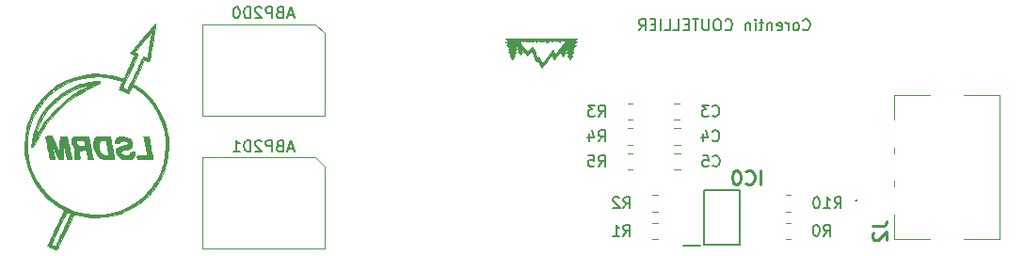
<source format=gbr>
%TF.GenerationSoftware,KiCad,Pcbnew,(5.1.12)-1*%
%TF.CreationDate,2023-03-06T23:23:30+01:00*%
%TF.ProjectId,DualPressure_V2,4475616c-5072-4657-9373-7572655f5632,rev?*%
%TF.SameCoordinates,Original*%
%TF.FileFunction,Legend,Bot*%
%TF.FilePolarity,Positive*%
%FSLAX46Y46*%
G04 Gerber Fmt 4.6, Leading zero omitted, Abs format (unit mm)*
G04 Created by KiCad (PCBNEW (5.1.12)-1) date 2023-03-06 23:23:30*
%MOMM*%
%LPD*%
G01*
G04 APERTURE LIST*
%ADD10C,0.150000*%
%ADD11C,0.010000*%
%ADD12C,0.120000*%
%ADD13C,0.200000*%
%ADD14C,0.100000*%
%ADD15C,0.254000*%
G04 APERTURE END LIST*
D10*
X252321428Y-77357142D02*
X252369047Y-77404761D01*
X252511904Y-77452380D01*
X252607142Y-77452380D01*
X252750000Y-77404761D01*
X252845238Y-77309523D01*
X252892857Y-77214285D01*
X252940476Y-77023809D01*
X252940476Y-76880952D01*
X252892857Y-76690476D01*
X252845238Y-76595238D01*
X252750000Y-76500000D01*
X252607142Y-76452380D01*
X252511904Y-76452380D01*
X252369047Y-76500000D01*
X252321428Y-76547619D01*
X251750000Y-77452380D02*
X251845238Y-77404761D01*
X251892857Y-77357142D01*
X251940476Y-77261904D01*
X251940476Y-76976190D01*
X251892857Y-76880952D01*
X251845238Y-76833333D01*
X251750000Y-76785714D01*
X251607142Y-76785714D01*
X251511904Y-76833333D01*
X251464285Y-76880952D01*
X251416666Y-76976190D01*
X251416666Y-77261904D01*
X251464285Y-77357142D01*
X251511904Y-77404761D01*
X251607142Y-77452380D01*
X251750000Y-77452380D01*
X250988095Y-77452380D02*
X250988095Y-76785714D01*
X250988095Y-76976190D02*
X250940476Y-76880952D01*
X250892857Y-76833333D01*
X250797619Y-76785714D01*
X250702380Y-76785714D01*
X249988095Y-77404761D02*
X250083333Y-77452380D01*
X250273809Y-77452380D01*
X250369047Y-77404761D01*
X250416666Y-77309523D01*
X250416666Y-76928571D01*
X250369047Y-76833333D01*
X250273809Y-76785714D01*
X250083333Y-76785714D01*
X249988095Y-76833333D01*
X249940476Y-76928571D01*
X249940476Y-77023809D01*
X250416666Y-77119047D01*
X249511904Y-76785714D02*
X249511904Y-77452380D01*
X249511904Y-76880952D02*
X249464285Y-76833333D01*
X249369047Y-76785714D01*
X249226190Y-76785714D01*
X249130952Y-76833333D01*
X249083333Y-76928571D01*
X249083333Y-77452380D01*
X248750000Y-76785714D02*
X248369047Y-76785714D01*
X248607142Y-76452380D02*
X248607142Y-77309523D01*
X248559523Y-77404761D01*
X248464285Y-77452380D01*
X248369047Y-77452380D01*
X248035714Y-77452380D02*
X248035714Y-76785714D01*
X248035714Y-76452380D02*
X248083333Y-76500000D01*
X248035714Y-76547619D01*
X247988095Y-76500000D01*
X248035714Y-76452380D01*
X248035714Y-76547619D01*
X247559523Y-76785714D02*
X247559523Y-77452380D01*
X247559523Y-76880952D02*
X247511904Y-76833333D01*
X247416666Y-76785714D01*
X247273809Y-76785714D01*
X247178571Y-76833333D01*
X247130952Y-76928571D01*
X247130952Y-77452380D01*
X245321428Y-77357142D02*
X245369047Y-77404761D01*
X245511904Y-77452380D01*
X245607142Y-77452380D01*
X245750000Y-77404761D01*
X245845238Y-77309523D01*
X245892857Y-77214285D01*
X245940476Y-77023809D01*
X245940476Y-76880952D01*
X245892857Y-76690476D01*
X245845238Y-76595238D01*
X245750000Y-76500000D01*
X245607142Y-76452380D01*
X245511904Y-76452380D01*
X245369047Y-76500000D01*
X245321428Y-76547619D01*
X244702380Y-76452380D02*
X244511904Y-76452380D01*
X244416666Y-76500000D01*
X244321428Y-76595238D01*
X244273809Y-76785714D01*
X244273809Y-77119047D01*
X244321428Y-77309523D01*
X244416666Y-77404761D01*
X244511904Y-77452380D01*
X244702380Y-77452380D01*
X244797619Y-77404761D01*
X244892857Y-77309523D01*
X244940476Y-77119047D01*
X244940476Y-76785714D01*
X244892857Y-76595238D01*
X244797619Y-76500000D01*
X244702380Y-76452380D01*
X243845238Y-76452380D02*
X243845238Y-77261904D01*
X243797619Y-77357142D01*
X243750000Y-77404761D01*
X243654761Y-77452380D01*
X243464285Y-77452380D01*
X243369047Y-77404761D01*
X243321428Y-77357142D01*
X243273809Y-77261904D01*
X243273809Y-76452380D01*
X242940476Y-76452380D02*
X242369047Y-76452380D01*
X242654761Y-77452380D02*
X242654761Y-76452380D01*
X242035714Y-76928571D02*
X241702380Y-76928571D01*
X241559523Y-77452380D02*
X242035714Y-77452380D01*
X242035714Y-76452380D01*
X241559523Y-76452380D01*
X240654761Y-77452380D02*
X241130952Y-77452380D01*
X241130952Y-76452380D01*
X239845238Y-77452380D02*
X240321428Y-77452380D01*
X240321428Y-76452380D01*
X239511904Y-77452380D02*
X239511904Y-76452380D01*
X239035714Y-76928571D02*
X238702380Y-76928571D01*
X238559523Y-77452380D02*
X239035714Y-77452380D01*
X239035714Y-76452380D01*
X238559523Y-76452380D01*
X237559523Y-77452380D02*
X237892857Y-76976190D01*
X238130952Y-77452380D02*
X238130952Y-76452380D01*
X237750000Y-76452380D01*
X237654761Y-76500000D01*
X237607142Y-76547619D01*
X237559523Y-76642857D01*
X237559523Y-76785714D01*
X237607142Y-76880952D01*
X237654761Y-76928571D01*
X237750000Y-76976190D01*
X238130952Y-76976190D01*
D11*
%TO.C,G\u002A\u002A\u002A*%
G36*
X194014923Y-76853769D02*
G01*
X193976999Y-76897937D01*
X193911302Y-76980792D01*
X193821570Y-77086200D01*
X193800544Y-77109977D01*
X193715963Y-77206466D01*
X193594503Y-77347095D01*
X193453819Y-77511240D01*
X193311566Y-77678275D01*
X193185398Y-77827576D01*
X193144649Y-77876204D01*
X193063359Y-77972292D01*
X192981474Y-78067667D01*
X192903857Y-78157925D01*
X192798010Y-78281789D01*
X192714325Y-78380114D01*
X192615767Y-78495676D01*
X192535474Y-78588973D01*
X192495895Y-78634114D01*
X192401013Y-78741546D01*
X192284764Y-78877156D01*
X192159118Y-79026455D01*
X192036045Y-79174958D01*
X191927515Y-79308178D01*
X191845498Y-79411629D01*
X191801963Y-79470822D01*
X191798000Y-79478740D01*
X191832349Y-79511612D01*
X191919629Y-79565178D01*
X191977917Y-79596010D01*
X192086171Y-79651549D01*
X192157375Y-79689864D01*
X192171171Y-79698402D01*
X192156740Y-79737026D01*
X192111885Y-79840319D01*
X192042137Y-79996298D01*
X191953028Y-80192980D01*
X191850087Y-80418380D01*
X191738846Y-80660514D01*
X191624835Y-80907399D01*
X191513584Y-81147052D01*
X191410625Y-81367487D01*
X191321487Y-81556723D01*
X191251702Y-81702773D01*
X191206801Y-81793656D01*
X191192750Y-81818433D01*
X191151666Y-81809106D01*
X191047268Y-81778162D01*
X190896557Y-81730784D01*
X190760410Y-81686618D01*
X190065374Y-81502030D01*
X189358477Y-81398012D01*
X188647092Y-81372808D01*
X187938595Y-81424665D01*
X187240359Y-81551828D01*
X186559757Y-81752543D01*
X185904165Y-82025055D01*
X185280956Y-82367611D01*
X184697504Y-82778455D01*
X184161183Y-83255834D01*
X184160175Y-83256842D01*
X183714944Y-83756463D01*
X183316019Y-84313850D01*
X182972247Y-84913096D01*
X182692473Y-85538296D01*
X182485543Y-86173545D01*
X182443617Y-86343382D01*
X182320491Y-87059737D01*
X182276448Y-87783283D01*
X182310563Y-88504343D01*
X182421911Y-89213242D01*
X182609565Y-89900301D01*
X182839710Y-90484929D01*
X183132956Y-91047829D01*
X183485730Y-91587709D01*
X183887567Y-92092888D01*
X184328000Y-92551684D01*
X184796562Y-92952416D01*
X185282788Y-93283403D01*
X185414564Y-93358653D01*
X185570154Y-93445065D01*
X185701028Y-93519976D01*
X185786462Y-93571436D01*
X185803345Y-93582833D01*
X185810965Y-93607982D01*
X185800536Y-93663833D01*
X185769487Y-93756373D01*
X185715250Y-93891587D01*
X185635254Y-94075465D01*
X185526932Y-94313991D01*
X185387714Y-94613153D01*
X185215029Y-94978938D01*
X185103915Y-95212667D01*
X184941749Y-95553732D01*
X184791486Y-95870899D01*
X184656925Y-96156063D01*
X184541865Y-96401120D01*
X184450105Y-96597966D01*
X184385446Y-96738498D01*
X184351685Y-96814612D01*
X184347572Y-96825870D01*
X184383093Y-96849971D01*
X184476784Y-96898621D01*
X184609092Y-96962796D01*
X184760462Y-97033468D01*
X184911340Y-97101612D01*
X185042172Y-97158200D01*
X185133405Y-97194207D01*
X185163113Y-97202333D01*
X185184751Y-97165375D01*
X185238653Y-97059801D01*
X185320949Y-96893567D01*
X185427768Y-96674626D01*
X185555240Y-96410932D01*
X185699494Y-96110437D01*
X185856660Y-95781097D01*
X185936789Y-95612489D01*
X186099480Y-95270915D01*
X186251791Y-94953469D01*
X186389754Y-94668253D01*
X186509399Y-94423370D01*
X186606754Y-94226923D01*
X186677850Y-94087014D01*
X186718717Y-94011746D01*
X186726391Y-94000980D01*
X186783363Y-94000059D01*
X186893383Y-94020472D01*
X186989853Y-94045715D01*
X187343011Y-94131458D01*
X187747735Y-94201730D01*
X188171660Y-94252194D01*
X188582424Y-94278516D01*
X188748901Y-94281333D01*
X189472590Y-94240102D01*
X190185734Y-94118631D01*
X190880223Y-93920256D01*
X191547942Y-93648312D01*
X192180779Y-93306133D01*
X192770622Y-92897054D01*
X193309357Y-92424410D01*
X193339824Y-92394158D01*
X193785056Y-91894537D01*
X194183981Y-91337150D01*
X194527753Y-90737904D01*
X194807527Y-90112703D01*
X195014456Y-89477454D01*
X195056383Y-89307618D01*
X195179509Y-88591263D01*
X195217630Y-87964979D01*
X194987680Y-87964979D01*
X194928791Y-88688627D01*
X194786759Y-89416911D01*
X194737052Y-89603500D01*
X194644715Y-89878439D01*
X194513089Y-90197909D01*
X194353758Y-90538764D01*
X194178304Y-90877855D01*
X193998311Y-91192036D01*
X193825362Y-91458158D01*
X193773186Y-91529667D01*
X193295327Y-92093756D01*
X192766575Y-92591196D01*
X192190962Y-93019752D01*
X191572521Y-93377188D01*
X190915285Y-93661271D01*
X190223288Y-93869763D01*
X189500563Y-94000431D01*
X189270971Y-94024781D01*
X189095649Y-94040328D01*
X188948420Y-94053365D01*
X188852828Y-94061808D01*
X188834666Y-94063402D01*
X188768846Y-94062145D01*
X188638330Y-94054532D01*
X188462740Y-94041850D01*
X188284333Y-94027330D01*
X187760994Y-93963833D01*
X186453960Y-93963833D01*
X185952489Y-95022167D01*
X185808684Y-95325529D01*
X185665497Y-95627348D01*
X185530284Y-95912136D01*
X185410402Y-96164403D01*
X185313207Y-96368661D01*
X185254430Y-96491905D01*
X185057841Y-96903309D01*
X184914653Y-96843481D01*
X184802270Y-96794002D01*
X184718467Y-96752828D01*
X184712703Y-96749577D01*
X184704422Y-96725003D01*
X184715564Y-96667141D01*
X184748689Y-96569960D01*
X184806357Y-96427429D01*
X184891128Y-96233519D01*
X185005559Y-95982198D01*
X185152213Y-95667437D01*
X185333646Y-95283203D01*
X185347027Y-95255000D01*
X185526391Y-94876766D01*
X185673399Y-94568336D01*
X185792621Y-94323322D01*
X185888628Y-94135339D01*
X185965988Y-93997998D01*
X186029273Y-93904915D01*
X186083052Y-93849701D01*
X186131895Y-93825970D01*
X186180372Y-93827336D01*
X186233054Y-93847412D01*
X186294509Y-93879811D01*
X186320930Y-93893929D01*
X186453960Y-93963833D01*
X187760994Y-93963833D01*
X187691761Y-93955433D01*
X187149939Y-93841937D01*
X186632146Y-93679401D01*
X186111661Y-93460378D01*
X185927371Y-93370735D01*
X185296331Y-93009870D01*
X184726709Y-92590943D01*
X184217390Y-92112830D01*
X183767261Y-91574404D01*
X183375208Y-90974541D01*
X183163702Y-90577167D01*
X182907269Y-89998397D01*
X182719652Y-89438780D01*
X182595673Y-88876316D01*
X182530157Y-88289003D01*
X182516269Y-87825500D01*
X182543108Y-87191599D01*
X182627049Y-86599691D01*
X182773227Y-86027907D01*
X182986776Y-85454382D01*
X183162397Y-85073833D01*
X183523051Y-84432457D01*
X183941714Y-83852720D01*
X184418258Y-83334750D01*
X184952553Y-82878672D01*
X185544471Y-82484614D01*
X186088073Y-82200719D01*
X186774534Y-81926608D01*
X187471819Y-81736452D01*
X188179669Y-81630268D01*
X188897828Y-81608072D01*
X189626039Y-81669881D01*
X190364047Y-81815711D01*
X190685622Y-81904640D01*
X190846226Y-81956189D01*
X190973587Y-82003357D01*
X191047335Y-82038353D01*
X191056957Y-82046661D01*
X191050005Y-82099350D01*
X191011271Y-82206983D01*
X190948313Y-82349533D01*
X190922539Y-82402787D01*
X190852935Y-82549240D01*
X190803910Y-82663738D01*
X190783115Y-82727924D01*
X190784037Y-82735198D01*
X190842405Y-82767221D01*
X190954329Y-82821333D01*
X191099354Y-82888386D01*
X191257022Y-82959232D01*
X191406877Y-83024723D01*
X191528462Y-83075709D01*
X191601320Y-83103044D01*
X191611706Y-83105333D01*
X191649322Y-83069616D01*
X191709993Y-82974523D01*
X191782601Y-82838143D01*
X191807352Y-82787022D01*
X191957815Y-82468711D01*
X192269491Y-82679211D01*
X192838483Y-83113766D01*
X193348088Y-83608535D01*
X193797656Y-84162752D01*
X194186538Y-84775651D01*
X194397077Y-85185195D01*
X194668125Y-85856074D01*
X194857083Y-86545280D01*
X194963689Y-87249389D01*
X194987680Y-87964979D01*
X195217630Y-87964979D01*
X195223551Y-87867717D01*
X195189436Y-87146656D01*
X195078089Y-86437758D01*
X194890435Y-85750698D01*
X194660290Y-85166070D01*
X194338596Y-84553273D01*
X193949479Y-83972032D01*
X193502728Y-83433754D01*
X193008132Y-82949846D01*
X192475481Y-82531713D01*
X192297376Y-82412886D01*
X192055919Y-82258572D01*
X192223293Y-81898786D01*
X192325470Y-81679668D01*
X192440992Y-81432723D01*
X192547055Y-81206685D01*
X192560000Y-81179167D01*
X192662853Y-80960084D01*
X192778538Y-80712880D01*
X192884274Y-80486244D01*
X192897417Y-80458002D01*
X193065501Y-80096671D01*
X193234397Y-80182835D01*
X193352317Y-80239649D01*
X193433546Y-80260938D01*
X193488236Y-80236707D01*
X193526540Y-80156962D01*
X193558611Y-80011706D01*
X193587635Y-79835083D01*
X193619538Y-79637602D01*
X193663718Y-79370651D01*
X193717814Y-79048150D01*
X193779463Y-78684021D01*
X193846303Y-78292184D01*
X193915973Y-77886562D01*
X193955929Y-77655560D01*
X193684819Y-77655560D01*
X193682834Y-77701404D01*
X193667526Y-77820063D01*
X193640536Y-78001016D01*
X193603504Y-78233745D01*
X193558073Y-78507729D01*
X193505881Y-78812450D01*
X193491799Y-78893167D01*
X193452119Y-79120483D01*
X193413119Y-79345087D01*
X193379749Y-79538417D01*
X193359970Y-79654095D01*
X193335156Y-79789919D01*
X193314028Y-79887176D01*
X193302952Y-79921158D01*
X193259085Y-79915305D01*
X193166397Y-79883587D01*
X193128580Y-79868342D01*
X193021939Y-79833737D01*
X192949653Y-79828415D01*
X192938639Y-79834112D01*
X192914608Y-79878582D01*
X192858897Y-79991251D01*
X192775588Y-80163574D01*
X192668764Y-80387006D01*
X192542505Y-80653002D01*
X192400896Y-80953017D01*
X192248017Y-81278508D01*
X192220191Y-81337917D01*
X192066650Y-81665357D01*
X191924533Y-81967455D01*
X191797777Y-82235918D01*
X191690319Y-82462452D01*
X191606094Y-82638764D01*
X191549038Y-82756560D01*
X191523087Y-82807548D01*
X191521986Y-82809000D01*
X191481498Y-82793342D01*
X191386983Y-82752953D01*
X191297737Y-82713750D01*
X191082950Y-82618500D01*
X191779142Y-81138552D01*
X191934005Y-80808104D01*
X192076893Y-80500813D01*
X192203890Y-80225283D01*
X192311077Y-79990121D01*
X192394538Y-79803931D01*
X192450356Y-79675319D01*
X192474614Y-79612890D01*
X192475333Y-79609104D01*
X192440144Y-79560517D01*
X192354707Y-79509720D01*
X192347425Y-79506624D01*
X192235375Y-79450216D01*
X192198673Y-79395076D01*
X192230197Y-79323326D01*
X192259757Y-79286618D01*
X192352211Y-79178912D01*
X192422697Y-79096693D01*
X192643666Y-78839407D01*
X192860325Y-78588402D01*
X193065735Y-78351601D01*
X193252959Y-78136924D01*
X193415058Y-77952296D01*
X193545093Y-77805638D01*
X193636128Y-77704873D01*
X193681222Y-77657922D01*
X193684819Y-77655560D01*
X193955929Y-77655560D01*
X193986111Y-77481074D01*
X194022723Y-77270650D01*
X194056415Y-77050815D01*
X194066558Y-76909793D01*
X194052834Y-76844980D01*
X194014923Y-76853769D01*
G37*
X194014923Y-76853769D02*
X193976999Y-76897937D01*
X193911302Y-76980792D01*
X193821570Y-77086200D01*
X193800544Y-77109977D01*
X193715963Y-77206466D01*
X193594503Y-77347095D01*
X193453819Y-77511240D01*
X193311566Y-77678275D01*
X193185398Y-77827576D01*
X193144649Y-77876204D01*
X193063359Y-77972292D01*
X192981474Y-78067667D01*
X192903857Y-78157925D01*
X192798010Y-78281789D01*
X192714325Y-78380114D01*
X192615767Y-78495676D01*
X192535474Y-78588973D01*
X192495895Y-78634114D01*
X192401013Y-78741546D01*
X192284764Y-78877156D01*
X192159118Y-79026455D01*
X192036045Y-79174958D01*
X191927515Y-79308178D01*
X191845498Y-79411629D01*
X191801963Y-79470822D01*
X191798000Y-79478740D01*
X191832349Y-79511612D01*
X191919629Y-79565178D01*
X191977917Y-79596010D01*
X192086171Y-79651549D01*
X192157375Y-79689864D01*
X192171171Y-79698402D01*
X192156740Y-79737026D01*
X192111885Y-79840319D01*
X192042137Y-79996298D01*
X191953028Y-80192980D01*
X191850087Y-80418380D01*
X191738846Y-80660514D01*
X191624835Y-80907399D01*
X191513584Y-81147052D01*
X191410625Y-81367487D01*
X191321487Y-81556723D01*
X191251702Y-81702773D01*
X191206801Y-81793656D01*
X191192750Y-81818433D01*
X191151666Y-81809106D01*
X191047268Y-81778162D01*
X190896557Y-81730784D01*
X190760410Y-81686618D01*
X190065374Y-81502030D01*
X189358477Y-81398012D01*
X188647092Y-81372808D01*
X187938595Y-81424665D01*
X187240359Y-81551828D01*
X186559757Y-81752543D01*
X185904165Y-82025055D01*
X185280956Y-82367611D01*
X184697504Y-82778455D01*
X184161183Y-83255834D01*
X184160175Y-83256842D01*
X183714944Y-83756463D01*
X183316019Y-84313850D01*
X182972247Y-84913096D01*
X182692473Y-85538296D01*
X182485543Y-86173545D01*
X182443617Y-86343382D01*
X182320491Y-87059737D01*
X182276448Y-87783283D01*
X182310563Y-88504343D01*
X182421911Y-89213242D01*
X182609565Y-89900301D01*
X182839710Y-90484929D01*
X183132956Y-91047829D01*
X183485730Y-91587709D01*
X183887567Y-92092888D01*
X184328000Y-92551684D01*
X184796562Y-92952416D01*
X185282788Y-93283403D01*
X185414564Y-93358653D01*
X185570154Y-93445065D01*
X185701028Y-93519976D01*
X185786462Y-93571436D01*
X185803345Y-93582833D01*
X185810965Y-93607982D01*
X185800536Y-93663833D01*
X185769487Y-93756373D01*
X185715250Y-93891587D01*
X185635254Y-94075465D01*
X185526932Y-94313991D01*
X185387714Y-94613153D01*
X185215029Y-94978938D01*
X185103915Y-95212667D01*
X184941749Y-95553732D01*
X184791486Y-95870899D01*
X184656925Y-96156063D01*
X184541865Y-96401120D01*
X184450105Y-96597966D01*
X184385446Y-96738498D01*
X184351685Y-96814612D01*
X184347572Y-96825870D01*
X184383093Y-96849971D01*
X184476784Y-96898621D01*
X184609092Y-96962796D01*
X184760462Y-97033468D01*
X184911340Y-97101612D01*
X185042172Y-97158200D01*
X185133405Y-97194207D01*
X185163113Y-97202333D01*
X185184751Y-97165375D01*
X185238653Y-97059801D01*
X185320949Y-96893567D01*
X185427768Y-96674626D01*
X185555240Y-96410932D01*
X185699494Y-96110437D01*
X185856660Y-95781097D01*
X185936789Y-95612489D01*
X186099480Y-95270915D01*
X186251791Y-94953469D01*
X186389754Y-94668253D01*
X186509399Y-94423370D01*
X186606754Y-94226923D01*
X186677850Y-94087014D01*
X186718717Y-94011746D01*
X186726391Y-94000980D01*
X186783363Y-94000059D01*
X186893383Y-94020472D01*
X186989853Y-94045715D01*
X187343011Y-94131458D01*
X187747735Y-94201730D01*
X188171660Y-94252194D01*
X188582424Y-94278516D01*
X188748901Y-94281333D01*
X189472590Y-94240102D01*
X190185734Y-94118631D01*
X190880223Y-93920256D01*
X191547942Y-93648312D01*
X192180779Y-93306133D01*
X192770622Y-92897054D01*
X193309357Y-92424410D01*
X193339824Y-92394158D01*
X193785056Y-91894537D01*
X194183981Y-91337150D01*
X194527753Y-90737904D01*
X194807527Y-90112703D01*
X195014456Y-89477454D01*
X195056383Y-89307618D01*
X195179509Y-88591263D01*
X195217630Y-87964979D01*
X194987680Y-87964979D01*
X194928791Y-88688627D01*
X194786759Y-89416911D01*
X194737052Y-89603500D01*
X194644715Y-89878439D01*
X194513089Y-90197909D01*
X194353758Y-90538764D01*
X194178304Y-90877855D01*
X193998311Y-91192036D01*
X193825362Y-91458158D01*
X193773186Y-91529667D01*
X193295327Y-92093756D01*
X192766575Y-92591196D01*
X192190962Y-93019752D01*
X191572521Y-93377188D01*
X190915285Y-93661271D01*
X190223288Y-93869763D01*
X189500563Y-94000431D01*
X189270971Y-94024781D01*
X189095649Y-94040328D01*
X188948420Y-94053365D01*
X188852828Y-94061808D01*
X188834666Y-94063402D01*
X188768846Y-94062145D01*
X188638330Y-94054532D01*
X188462740Y-94041850D01*
X188284333Y-94027330D01*
X187760994Y-93963833D01*
X186453960Y-93963833D01*
X185952489Y-95022167D01*
X185808684Y-95325529D01*
X185665497Y-95627348D01*
X185530284Y-95912136D01*
X185410402Y-96164403D01*
X185313207Y-96368661D01*
X185254430Y-96491905D01*
X185057841Y-96903309D01*
X184914653Y-96843481D01*
X184802270Y-96794002D01*
X184718467Y-96752828D01*
X184712703Y-96749577D01*
X184704422Y-96725003D01*
X184715564Y-96667141D01*
X184748689Y-96569960D01*
X184806357Y-96427429D01*
X184891128Y-96233519D01*
X185005559Y-95982198D01*
X185152213Y-95667437D01*
X185333646Y-95283203D01*
X185347027Y-95255000D01*
X185526391Y-94876766D01*
X185673399Y-94568336D01*
X185792621Y-94323322D01*
X185888628Y-94135339D01*
X185965988Y-93997998D01*
X186029273Y-93904915D01*
X186083052Y-93849701D01*
X186131895Y-93825970D01*
X186180372Y-93827336D01*
X186233054Y-93847412D01*
X186294509Y-93879811D01*
X186320930Y-93893929D01*
X186453960Y-93963833D01*
X187760994Y-93963833D01*
X187691761Y-93955433D01*
X187149939Y-93841937D01*
X186632146Y-93679401D01*
X186111661Y-93460378D01*
X185927371Y-93370735D01*
X185296331Y-93009870D01*
X184726709Y-92590943D01*
X184217390Y-92112830D01*
X183767261Y-91574404D01*
X183375208Y-90974541D01*
X183163702Y-90577167D01*
X182907269Y-89998397D01*
X182719652Y-89438780D01*
X182595673Y-88876316D01*
X182530157Y-88289003D01*
X182516269Y-87825500D01*
X182543108Y-87191599D01*
X182627049Y-86599691D01*
X182773227Y-86027907D01*
X182986776Y-85454382D01*
X183162397Y-85073833D01*
X183523051Y-84432457D01*
X183941714Y-83852720D01*
X184418258Y-83334750D01*
X184952553Y-82878672D01*
X185544471Y-82484614D01*
X186088073Y-82200719D01*
X186774534Y-81926608D01*
X187471819Y-81736452D01*
X188179669Y-81630268D01*
X188897828Y-81608072D01*
X189626039Y-81669881D01*
X190364047Y-81815711D01*
X190685622Y-81904640D01*
X190846226Y-81956189D01*
X190973587Y-82003357D01*
X191047335Y-82038353D01*
X191056957Y-82046661D01*
X191050005Y-82099350D01*
X191011271Y-82206983D01*
X190948313Y-82349533D01*
X190922539Y-82402787D01*
X190852935Y-82549240D01*
X190803910Y-82663738D01*
X190783115Y-82727924D01*
X190784037Y-82735198D01*
X190842405Y-82767221D01*
X190954329Y-82821333D01*
X191099354Y-82888386D01*
X191257022Y-82959232D01*
X191406877Y-83024723D01*
X191528462Y-83075709D01*
X191601320Y-83103044D01*
X191611706Y-83105333D01*
X191649322Y-83069616D01*
X191709993Y-82974523D01*
X191782601Y-82838143D01*
X191807352Y-82787022D01*
X191957815Y-82468711D01*
X192269491Y-82679211D01*
X192838483Y-83113766D01*
X193348088Y-83608535D01*
X193797656Y-84162752D01*
X194186538Y-84775651D01*
X194397077Y-85185195D01*
X194668125Y-85856074D01*
X194857083Y-86545280D01*
X194963689Y-87249389D01*
X194987680Y-87964979D01*
X195217630Y-87964979D01*
X195223551Y-87867717D01*
X195189436Y-87146656D01*
X195078089Y-86437758D01*
X194890435Y-85750698D01*
X194660290Y-85166070D01*
X194338596Y-84553273D01*
X193949479Y-83972032D01*
X193502728Y-83433754D01*
X193008132Y-82949846D01*
X192475481Y-82531713D01*
X192297376Y-82412886D01*
X192055919Y-82258572D01*
X192223293Y-81898786D01*
X192325470Y-81679668D01*
X192440992Y-81432723D01*
X192547055Y-81206685D01*
X192560000Y-81179167D01*
X192662853Y-80960084D01*
X192778538Y-80712880D01*
X192884274Y-80486244D01*
X192897417Y-80458002D01*
X193065501Y-80096671D01*
X193234397Y-80182835D01*
X193352317Y-80239649D01*
X193433546Y-80260938D01*
X193488236Y-80236707D01*
X193526540Y-80156962D01*
X193558611Y-80011706D01*
X193587635Y-79835083D01*
X193619538Y-79637602D01*
X193663718Y-79370651D01*
X193717814Y-79048150D01*
X193779463Y-78684021D01*
X193846303Y-78292184D01*
X193915973Y-77886562D01*
X193955929Y-77655560D01*
X193684819Y-77655560D01*
X193682834Y-77701404D01*
X193667526Y-77820063D01*
X193640536Y-78001016D01*
X193603504Y-78233745D01*
X193558073Y-78507729D01*
X193505881Y-78812450D01*
X193491799Y-78893167D01*
X193452119Y-79120483D01*
X193413119Y-79345087D01*
X193379749Y-79538417D01*
X193359970Y-79654095D01*
X193335156Y-79789919D01*
X193314028Y-79887176D01*
X193302952Y-79921158D01*
X193259085Y-79915305D01*
X193166397Y-79883587D01*
X193128580Y-79868342D01*
X193021939Y-79833737D01*
X192949653Y-79828415D01*
X192938639Y-79834112D01*
X192914608Y-79878582D01*
X192858897Y-79991251D01*
X192775588Y-80163574D01*
X192668764Y-80387006D01*
X192542505Y-80653002D01*
X192400896Y-80953017D01*
X192248017Y-81278508D01*
X192220191Y-81337917D01*
X192066650Y-81665357D01*
X191924533Y-81967455D01*
X191797777Y-82235918D01*
X191690319Y-82462452D01*
X191606094Y-82638764D01*
X191549038Y-82756560D01*
X191523087Y-82807548D01*
X191521986Y-82809000D01*
X191481498Y-82793342D01*
X191386983Y-82752953D01*
X191297737Y-82713750D01*
X191082950Y-82618500D01*
X191779142Y-81138552D01*
X191934005Y-80808104D01*
X192076893Y-80500813D01*
X192203890Y-80225283D01*
X192311077Y-79990121D01*
X192394538Y-79803931D01*
X192450356Y-79675319D01*
X192474614Y-79612890D01*
X192475333Y-79609104D01*
X192440144Y-79560517D01*
X192354707Y-79509720D01*
X192347425Y-79506624D01*
X192235375Y-79450216D01*
X192198673Y-79395076D01*
X192230197Y-79323326D01*
X192259757Y-79286618D01*
X192352211Y-79178912D01*
X192422697Y-79096693D01*
X192643666Y-78839407D01*
X192860325Y-78588402D01*
X193065735Y-78351601D01*
X193252959Y-78136924D01*
X193415058Y-77952296D01*
X193545093Y-77805638D01*
X193636128Y-77704873D01*
X193681222Y-77657922D01*
X193684819Y-77655560D01*
X193955929Y-77655560D01*
X193986111Y-77481074D01*
X194022723Y-77270650D01*
X194056415Y-77050815D01*
X194066558Y-76909793D01*
X194052834Y-76844980D01*
X194014923Y-76853769D01*
G36*
X193007082Y-87114226D02*
G01*
X193022293Y-87194020D01*
X193050309Y-87340656D01*
X193088011Y-87537817D01*
X193132279Y-87769188D01*
X193169392Y-87963083D01*
X193309193Y-88693333D01*
X192849930Y-88693333D01*
X192648218Y-88694067D01*
X192516365Y-88698320D01*
X192439562Y-88709166D01*
X192403003Y-88729679D01*
X192391880Y-88762936D01*
X192391245Y-88788583D01*
X192403262Y-88911184D01*
X192417349Y-88979083D01*
X192429440Y-89014317D01*
X192452211Y-89039577D01*
X192498190Y-89056521D01*
X192579903Y-89066810D01*
X192709879Y-89072101D01*
X192900644Y-89074056D01*
X193136437Y-89074333D01*
X193367835Y-89072503D01*
X193566236Y-89067441D01*
X193717695Y-89059785D01*
X193808264Y-89050178D01*
X193827962Y-89042583D01*
X193819343Y-88993826D01*
X193796228Y-88873923D01*
X193760958Y-88694705D01*
X193715869Y-88468003D01*
X193663299Y-88205647D01*
X193625094Y-88016000D01*
X193424263Y-87021167D01*
X193204418Y-87008392D01*
X192984574Y-86995618D01*
X193007082Y-87114226D01*
G37*
X193007082Y-87114226D02*
X193022293Y-87194020D01*
X193050309Y-87340656D01*
X193088011Y-87537817D01*
X193132279Y-87769188D01*
X193169392Y-87963083D01*
X193309193Y-88693333D01*
X192849930Y-88693333D01*
X192648218Y-88694067D01*
X192516365Y-88698320D01*
X192439562Y-88709166D01*
X192403003Y-88729679D01*
X192391880Y-88762936D01*
X192391245Y-88788583D01*
X192403262Y-88911184D01*
X192417349Y-88979083D01*
X192429440Y-89014317D01*
X192452211Y-89039577D01*
X192498190Y-89056521D01*
X192579903Y-89066810D01*
X192709879Y-89072101D01*
X192900644Y-89074056D01*
X193136437Y-89074333D01*
X193367835Y-89072503D01*
X193566236Y-89067441D01*
X193717695Y-89059785D01*
X193808264Y-89050178D01*
X193827962Y-89042583D01*
X193819343Y-88993826D01*
X193796228Y-88873923D01*
X193760958Y-88694705D01*
X193715869Y-88468003D01*
X193663299Y-88205647D01*
X193625094Y-88016000D01*
X193424263Y-87021167D01*
X193204418Y-87008392D01*
X192984574Y-86995618D01*
X193007082Y-87114226D01*
G36*
X190813354Y-87026784D02*
G01*
X190612719Y-87105553D01*
X190476769Y-87233934D01*
X190408670Y-87409552D01*
X190401000Y-87505898D01*
X190405634Y-87582926D01*
X190434257Y-87620941D01*
X190508951Y-87633709D01*
X190608077Y-87635000D01*
X190734610Y-87630163D01*
X190801469Y-87608287D01*
X190833434Y-87558327D01*
X190841241Y-87531065D01*
X190903117Y-87438768D01*
X191017451Y-87384702D01*
X191161223Y-87368744D01*
X191311411Y-87390766D01*
X191444994Y-87450644D01*
X191530713Y-87534830D01*
X191560118Y-87625235D01*
X191514995Y-87699072D01*
X191391967Y-87759219D01*
X191215888Y-87803244D01*
X190977180Y-87858748D01*
X190776852Y-87923252D01*
X190631446Y-87990692D01*
X190566990Y-88041195D01*
X190531565Y-88132788D01*
X190519097Y-88271321D01*
X190529290Y-88422323D01*
X190561850Y-88551323D01*
X190571520Y-88572426D01*
X190715325Y-88770964D01*
X190910680Y-88928381D01*
X191095445Y-89011993D01*
X191354974Y-89061174D01*
X191620926Y-89063970D01*
X191821499Y-89029109D01*
X191994322Y-88938060D01*
X192112654Y-88786034D01*
X192168242Y-88590136D01*
X192190011Y-88397000D01*
X191977428Y-88397000D01*
X191849248Y-88401399D01*
X191780997Y-88421940D01*
X191748093Y-88469638D01*
X191737907Y-88504330D01*
X191675123Y-88603012D01*
X191560710Y-88662209D01*
X191415813Y-88684288D01*
X191261575Y-88671616D01*
X191119143Y-88626561D01*
X191009659Y-88551488D01*
X190954271Y-88448766D01*
X190951333Y-88416283D01*
X190960305Y-88354139D01*
X190996028Y-88305841D01*
X191071709Y-88264956D01*
X191200559Y-88225047D01*
X191395785Y-88179679D01*
X191468945Y-88164111D01*
X191691701Y-88103492D01*
X191841184Y-88025576D01*
X191928480Y-87920305D01*
X191964673Y-87777620D01*
X191967333Y-87711855D01*
X191928863Y-87486065D01*
X191819070Y-87295436D01*
X191646380Y-87146693D01*
X191419219Y-87046562D01*
X191146013Y-87001769D01*
X191075507Y-87000000D01*
X190813354Y-87026784D01*
G37*
X190813354Y-87026784D02*
X190612719Y-87105553D01*
X190476769Y-87233934D01*
X190408670Y-87409552D01*
X190401000Y-87505898D01*
X190405634Y-87582926D01*
X190434257Y-87620941D01*
X190508951Y-87633709D01*
X190608077Y-87635000D01*
X190734610Y-87630163D01*
X190801469Y-87608287D01*
X190833434Y-87558327D01*
X190841241Y-87531065D01*
X190903117Y-87438768D01*
X191017451Y-87384702D01*
X191161223Y-87368744D01*
X191311411Y-87390766D01*
X191444994Y-87450644D01*
X191530713Y-87534830D01*
X191560118Y-87625235D01*
X191514995Y-87699072D01*
X191391967Y-87759219D01*
X191215888Y-87803244D01*
X190977180Y-87858748D01*
X190776852Y-87923252D01*
X190631446Y-87990692D01*
X190566990Y-88041195D01*
X190531565Y-88132788D01*
X190519097Y-88271321D01*
X190529290Y-88422323D01*
X190561850Y-88551323D01*
X190571520Y-88572426D01*
X190715325Y-88770964D01*
X190910680Y-88928381D01*
X191095445Y-89011993D01*
X191354974Y-89061174D01*
X191620926Y-89063970D01*
X191821499Y-89029109D01*
X191994322Y-88938060D01*
X192112654Y-88786034D01*
X192168242Y-88590136D01*
X192190011Y-88397000D01*
X191977428Y-88397000D01*
X191849248Y-88401399D01*
X191780997Y-88421940D01*
X191748093Y-88469638D01*
X191737907Y-88504330D01*
X191675123Y-88603012D01*
X191560710Y-88662209D01*
X191415813Y-88684288D01*
X191261575Y-88671616D01*
X191119143Y-88626561D01*
X191009659Y-88551488D01*
X190954271Y-88448766D01*
X190951333Y-88416283D01*
X190960305Y-88354139D01*
X190996028Y-88305841D01*
X191071709Y-88264956D01*
X191200559Y-88225047D01*
X191395785Y-88179679D01*
X191468945Y-88164111D01*
X191691701Y-88103492D01*
X191841184Y-88025576D01*
X191928480Y-87920305D01*
X191964673Y-87777620D01*
X191967333Y-87711855D01*
X191928863Y-87486065D01*
X191819070Y-87295436D01*
X191646380Y-87146693D01*
X191419219Y-87046562D01*
X191146013Y-87001769D01*
X191075507Y-87000000D01*
X190813354Y-87026784D01*
G36*
X188669623Y-87129223D02*
G01*
X188536868Y-87320521D01*
X188472677Y-87557809D01*
X188477357Y-87836985D01*
X188551215Y-88153946D01*
X188585674Y-88252499D01*
X188684056Y-88459630D01*
X188814860Y-88658013D01*
X188960641Y-88825363D01*
X189103954Y-88939395D01*
X189137057Y-88956824D01*
X189235034Y-88986044D01*
X189385645Y-89012400D01*
X189569894Y-89034639D01*
X189768786Y-89051509D01*
X189963326Y-89061757D01*
X190134519Y-89064130D01*
X190263370Y-89057374D01*
X190330883Y-89040238D01*
X190335120Y-89035850D01*
X190334985Y-88983197D01*
X190319563Y-88859677D01*
X190290828Y-88677310D01*
X190288028Y-88661294D01*
X189850666Y-88661294D01*
X189811267Y-88682651D01*
X189702726Y-88689470D01*
X189590531Y-88684693D01*
X189437750Y-88668490D01*
X189336699Y-88637924D01*
X189254442Y-88578907D01*
X189191064Y-88513839D01*
X189074154Y-88347483D01*
X188989283Y-88149546D01*
X188938558Y-87938864D01*
X188924087Y-87734272D01*
X188947975Y-87554606D01*
X189012329Y-87418703D01*
X189063254Y-87371065D01*
X189118427Y-87357812D01*
X189223504Y-87346996D01*
X189351169Y-87339733D01*
X189474105Y-87337141D01*
X189564995Y-87340336D01*
X189596829Y-87349250D01*
X189604794Y-87392179D01*
X189626642Y-87503513D01*
X189659480Y-87668671D01*
X189700416Y-87873069D01*
X189723829Y-87989456D01*
X189768032Y-88211542D01*
X189805530Y-88405009D01*
X189833385Y-88554303D01*
X189848662Y-88643871D01*
X189850666Y-88661294D01*
X190288028Y-88661294D01*
X190250756Y-88448117D01*
X190201319Y-88184119D01*
X190164239Y-87995245D01*
X189965324Y-87000000D01*
X188798846Y-87000000D01*
X188669623Y-87129223D01*
G37*
X188669623Y-87129223D02*
X188536868Y-87320521D01*
X188472677Y-87557809D01*
X188477357Y-87836985D01*
X188551215Y-88153946D01*
X188585674Y-88252499D01*
X188684056Y-88459630D01*
X188814860Y-88658013D01*
X188960641Y-88825363D01*
X189103954Y-88939395D01*
X189137057Y-88956824D01*
X189235034Y-88986044D01*
X189385645Y-89012400D01*
X189569894Y-89034639D01*
X189768786Y-89051509D01*
X189963326Y-89061757D01*
X190134519Y-89064130D01*
X190263370Y-89057374D01*
X190330883Y-89040238D01*
X190335120Y-89035850D01*
X190334985Y-88983197D01*
X190319563Y-88859677D01*
X190290828Y-88677310D01*
X190288028Y-88661294D01*
X189850666Y-88661294D01*
X189811267Y-88682651D01*
X189702726Y-88689470D01*
X189590531Y-88684693D01*
X189437750Y-88668490D01*
X189336699Y-88637924D01*
X189254442Y-88578907D01*
X189191064Y-88513839D01*
X189074154Y-88347483D01*
X188989283Y-88149546D01*
X188938558Y-87938864D01*
X188924087Y-87734272D01*
X188947975Y-87554606D01*
X189012329Y-87418703D01*
X189063254Y-87371065D01*
X189118427Y-87357812D01*
X189223504Y-87346996D01*
X189351169Y-87339733D01*
X189474105Y-87337141D01*
X189564995Y-87340336D01*
X189596829Y-87349250D01*
X189604794Y-87392179D01*
X189626642Y-87503513D01*
X189659480Y-87668671D01*
X189700416Y-87873069D01*
X189723829Y-87989456D01*
X189768032Y-88211542D01*
X189805530Y-88405009D01*
X189833385Y-88554303D01*
X189848662Y-88643871D01*
X189850666Y-88661294D01*
X190288028Y-88661294D01*
X190250756Y-88448117D01*
X190201319Y-88184119D01*
X190164239Y-87995245D01*
X189965324Y-87000000D01*
X188798846Y-87000000D01*
X188669623Y-87129223D01*
G36*
X186890222Y-86970664D02*
G01*
X186742669Y-86989975D01*
X186642335Y-87026185D01*
X186576793Y-87083209D01*
X186533613Y-87164958D01*
X186509742Y-87240051D01*
X186491644Y-87453671D01*
X186543535Y-87671293D01*
X186657356Y-87864101D01*
X186696158Y-87906669D01*
X186777195Y-87994101D01*
X186804120Y-88052340D01*
X186785954Y-88108608D01*
X186770962Y-88132348D01*
X186740397Y-88197609D01*
X186730998Y-88284376D01*
X186741937Y-88416294D01*
X186757258Y-88522717D01*
X186777097Y-88688293D01*
X186784333Y-88833752D01*
X186777456Y-88927207D01*
X186767075Y-88986872D01*
X186786775Y-89018091D01*
X186854878Y-89030066D01*
X186986079Y-89032000D01*
X187120040Y-89024877D01*
X187216703Y-89006529D01*
X187247373Y-88989332D01*
X187253394Y-88929549D01*
X187245243Y-88810411D01*
X187224719Y-88655710D01*
X187219996Y-88626797D01*
X187193227Y-88443150D01*
X187196342Y-88326976D01*
X187242291Y-88262794D01*
X187344021Y-88235120D01*
X187514482Y-88228473D01*
X187553277Y-88228315D01*
X187670631Y-88227389D01*
X187750364Y-88234494D01*
X187802741Y-88263426D01*
X187838031Y-88327982D01*
X187866500Y-88441958D01*
X187898416Y-88619149D01*
X187915099Y-88714500D01*
X187967547Y-89010833D01*
X188191789Y-89023710D01*
X188416030Y-89036587D01*
X188388954Y-88892260D01*
X188372558Y-88808018D01*
X188342308Y-88655587D01*
X188301161Y-88449755D01*
X188252078Y-88205313D01*
X188198016Y-87937053D01*
X188183137Y-87863383D01*
X188179760Y-87846667D01*
X187741442Y-87846667D01*
X187423293Y-87846667D01*
X187257672Y-87844257D01*
X187153226Y-87832653D01*
X187086507Y-87805292D01*
X187034063Y-87755612D01*
X187015345Y-87732504D01*
X186943921Y-87583344D01*
X186938189Y-87489087D01*
X186950833Y-87359833D01*
X187296704Y-87347592D01*
X187472377Y-87342059D01*
X187582129Y-87350238D01*
X187644706Y-87386484D01*
X187678850Y-87465152D01*
X187703306Y-87600595D01*
X187713462Y-87666750D01*
X187741442Y-87846667D01*
X188179760Y-87846667D01*
X188004396Y-86978833D01*
X187376710Y-86967086D01*
X187097427Y-86964339D01*
X186890222Y-86970664D01*
G37*
X186890222Y-86970664D02*
X186742669Y-86989975D01*
X186642335Y-87026185D01*
X186576793Y-87083209D01*
X186533613Y-87164958D01*
X186509742Y-87240051D01*
X186491644Y-87453671D01*
X186543535Y-87671293D01*
X186657356Y-87864101D01*
X186696158Y-87906669D01*
X186777195Y-87994101D01*
X186804120Y-88052340D01*
X186785954Y-88108608D01*
X186770962Y-88132348D01*
X186740397Y-88197609D01*
X186730998Y-88284376D01*
X186741937Y-88416294D01*
X186757258Y-88522717D01*
X186777097Y-88688293D01*
X186784333Y-88833752D01*
X186777456Y-88927207D01*
X186767075Y-88986872D01*
X186786775Y-89018091D01*
X186854878Y-89030066D01*
X186986079Y-89032000D01*
X187120040Y-89024877D01*
X187216703Y-89006529D01*
X187247373Y-88989332D01*
X187253394Y-88929549D01*
X187245243Y-88810411D01*
X187224719Y-88655710D01*
X187219996Y-88626797D01*
X187193227Y-88443150D01*
X187196342Y-88326976D01*
X187242291Y-88262794D01*
X187344021Y-88235120D01*
X187514482Y-88228473D01*
X187553277Y-88228315D01*
X187670631Y-88227389D01*
X187750364Y-88234494D01*
X187802741Y-88263426D01*
X187838031Y-88327982D01*
X187866500Y-88441958D01*
X187898416Y-88619149D01*
X187915099Y-88714500D01*
X187967547Y-89010833D01*
X188191789Y-89023710D01*
X188416030Y-89036587D01*
X188388954Y-88892260D01*
X188372558Y-88808018D01*
X188342308Y-88655587D01*
X188301161Y-88449755D01*
X188252078Y-88205313D01*
X188198016Y-87937053D01*
X188183137Y-87863383D01*
X188179760Y-87846667D01*
X187741442Y-87846667D01*
X187423293Y-87846667D01*
X187257672Y-87844257D01*
X187153226Y-87832653D01*
X187086507Y-87805292D01*
X187034063Y-87755612D01*
X187015345Y-87732504D01*
X186943921Y-87583344D01*
X186938189Y-87489087D01*
X186950833Y-87359833D01*
X187296704Y-87347592D01*
X187472377Y-87342059D01*
X187582129Y-87350238D01*
X187644706Y-87386484D01*
X187678850Y-87465152D01*
X187703306Y-87600595D01*
X187713462Y-87666750D01*
X187741442Y-87846667D01*
X188179760Y-87846667D01*
X188004396Y-86978833D01*
X187376710Y-86967086D01*
X187097427Y-86964339D01*
X186890222Y-86970664D01*
G36*
X184283377Y-86959766D02*
G01*
X184191324Y-86968765D01*
X184151858Y-86988712D01*
X184148966Y-87023658D01*
X184151064Y-87031750D01*
X184165443Y-87094246D01*
X184193475Y-87226211D01*
X184232353Y-87414059D01*
X184279274Y-87644206D01*
X184331432Y-87903069D01*
X184345559Y-87973667D01*
X184398746Y-88239450D01*
X184447373Y-88481661D01*
X184488618Y-88686299D01*
X184519657Y-88839363D01*
X184537666Y-88926853D01*
X184539782Y-88936750D01*
X184563165Y-88994200D01*
X184616162Y-89022584D01*
X184722395Y-89031612D01*
X184771473Y-89032000D01*
X184891802Y-89026270D01*
X184967789Y-89011625D01*
X184981596Y-89000250D01*
X184973157Y-88950161D01*
X184950256Y-88831545D01*
X184915752Y-88658755D01*
X184872500Y-88446140D01*
X184836339Y-88270618D01*
X184789202Y-88039721D01*
X184749694Y-87839874D01*
X184720433Y-87684847D01*
X184704035Y-87588407D01*
X184701792Y-87562763D01*
X184720042Y-87596751D01*
X184764822Y-87697292D01*
X184831021Y-87852408D01*
X184913526Y-88050119D01*
X185007228Y-88278447D01*
X185008599Y-88281812D01*
X185305433Y-89010833D01*
X185524883Y-89023629D01*
X185744333Y-89036424D01*
X185748710Y-88261629D01*
X185753088Y-87486833D01*
X185908931Y-88248833D01*
X186064775Y-89010833D01*
X186285554Y-89023629D01*
X186409157Y-89028141D01*
X186489278Y-89025976D01*
X186506333Y-89021058D01*
X186498237Y-88977198D01*
X186475868Y-88864485D01*
X186442105Y-88696975D01*
X186399828Y-88488728D01*
X186351916Y-88253799D01*
X186301247Y-88006247D01*
X186250701Y-87760129D01*
X186203157Y-87529504D01*
X186161495Y-87328427D01*
X186128593Y-87170958D01*
X186107331Y-87071154D01*
X186102859Y-87051087D01*
X186085588Y-87001068D01*
X186049735Y-86973197D01*
X185975804Y-86962444D01*
X185844301Y-86963777D01*
X185774818Y-86966421D01*
X185469166Y-86978833D01*
X185448000Y-87663285D01*
X185439622Y-87895191D01*
X185430074Y-88096093D01*
X185420238Y-88251324D01*
X185410992Y-88346214D01*
X185405666Y-88368639D01*
X185382957Y-88338567D01*
X185332543Y-88242340D01*
X185260045Y-88091638D01*
X185171081Y-87898138D01*
X185071304Y-87673604D01*
X184758109Y-86957667D01*
X184444035Y-86957667D01*
X184283377Y-86959766D01*
G37*
X184283377Y-86959766D02*
X184191324Y-86968765D01*
X184151858Y-86988712D01*
X184148966Y-87023658D01*
X184151064Y-87031750D01*
X184165443Y-87094246D01*
X184193475Y-87226211D01*
X184232353Y-87414059D01*
X184279274Y-87644206D01*
X184331432Y-87903069D01*
X184345559Y-87973667D01*
X184398746Y-88239450D01*
X184447373Y-88481661D01*
X184488618Y-88686299D01*
X184519657Y-88839363D01*
X184537666Y-88926853D01*
X184539782Y-88936750D01*
X184563165Y-88994200D01*
X184616162Y-89022584D01*
X184722395Y-89031612D01*
X184771473Y-89032000D01*
X184891802Y-89026270D01*
X184967789Y-89011625D01*
X184981596Y-89000250D01*
X184973157Y-88950161D01*
X184950256Y-88831545D01*
X184915752Y-88658755D01*
X184872500Y-88446140D01*
X184836339Y-88270618D01*
X184789202Y-88039721D01*
X184749694Y-87839874D01*
X184720433Y-87684847D01*
X184704035Y-87588407D01*
X184701792Y-87562763D01*
X184720042Y-87596751D01*
X184764822Y-87697292D01*
X184831021Y-87852408D01*
X184913526Y-88050119D01*
X185007228Y-88278447D01*
X185008599Y-88281812D01*
X185305433Y-89010833D01*
X185524883Y-89023629D01*
X185744333Y-89036424D01*
X185748710Y-88261629D01*
X185753088Y-87486833D01*
X185908931Y-88248833D01*
X186064775Y-89010833D01*
X186285554Y-89023629D01*
X186409157Y-89028141D01*
X186489278Y-89025976D01*
X186506333Y-89021058D01*
X186498237Y-88977198D01*
X186475868Y-88864485D01*
X186442105Y-88696975D01*
X186399828Y-88488728D01*
X186351916Y-88253799D01*
X186301247Y-88006247D01*
X186250701Y-87760129D01*
X186203157Y-87529504D01*
X186161495Y-87328427D01*
X186128593Y-87170958D01*
X186107331Y-87071154D01*
X186102859Y-87051087D01*
X186085588Y-87001068D01*
X186049735Y-86973197D01*
X185975804Y-86962444D01*
X185844301Y-86963777D01*
X185774818Y-86966421D01*
X185469166Y-86978833D01*
X185448000Y-87663285D01*
X185439622Y-87895191D01*
X185430074Y-88096093D01*
X185420238Y-88251324D01*
X185410992Y-88346214D01*
X185405666Y-88368639D01*
X185382957Y-88338567D01*
X185332543Y-88242340D01*
X185260045Y-88091638D01*
X185171081Y-87898138D01*
X185071304Y-87673604D01*
X184758109Y-86957667D01*
X184444035Y-86957667D01*
X184283377Y-86959766D01*
G36*
X188738272Y-82014197D02*
G01*
X188531532Y-82040299D01*
X188284230Y-82079235D01*
X188017184Y-82127268D01*
X187751211Y-82180662D01*
X187507127Y-82235681D01*
X187311962Y-82286779D01*
X186767541Y-82483655D01*
X186218183Y-82757969D01*
X185673217Y-83103704D01*
X185141971Y-83514841D01*
X184633772Y-83985362D01*
X184556163Y-84064777D01*
X184109323Y-84579578D01*
X183742449Y-85115306D01*
X183452283Y-85677341D01*
X183251949Y-86216833D01*
X183197406Y-86406568D01*
X183139170Y-86630640D01*
X183080339Y-86874445D01*
X183024010Y-87123376D01*
X182973282Y-87362827D01*
X182931253Y-87578191D01*
X182901021Y-87754862D01*
X182885683Y-87878235D01*
X182887927Y-87933103D01*
X182948733Y-87971735D01*
X183024160Y-87932844D01*
X183035439Y-87920750D01*
X183068448Y-87869758D01*
X183135770Y-87755740D01*
X183231002Y-87589900D01*
X183347740Y-87383445D01*
X183479581Y-87147580D01*
X183555692Y-87010318D01*
X183775482Y-86618517D01*
X183969327Y-86288312D01*
X184148050Y-86005033D01*
X184322473Y-85754008D01*
X184503416Y-85520567D01*
X184701703Y-85290039D01*
X184928156Y-85047753D01*
X185193596Y-84779038D01*
X185223473Y-84749382D01*
X185558875Y-84420355D01*
X185851347Y-84143322D01*
X186115271Y-83907957D01*
X186365027Y-83703935D01*
X186614999Y-83520929D01*
X186879566Y-83348614D01*
X187173112Y-83176663D01*
X187510017Y-82994751D01*
X187904663Y-82792552D01*
X188051500Y-82718874D01*
X188312442Y-82587299D01*
X188549981Y-82465414D01*
X188751180Y-82360046D01*
X188120722Y-82360046D01*
X188113970Y-82378383D01*
X188057072Y-82417435D01*
X187943223Y-82482188D01*
X187765616Y-82577627D01*
X187607000Y-82661518D01*
X187211052Y-82876421D01*
X186860367Y-83081689D01*
X186540891Y-83288055D01*
X186238572Y-83506252D01*
X185939360Y-83747014D01*
X185629203Y-84021074D01*
X185294047Y-84339164D01*
X184919842Y-84712018D01*
X184911762Y-84720211D01*
X184622209Y-85021406D01*
X184381290Y-85291812D01*
X184171872Y-85553964D01*
X183976823Y-85830395D01*
X183779010Y-86143639D01*
X183606930Y-86436454D01*
X183500032Y-86620499D01*
X183408734Y-86773885D01*
X183340835Y-86883801D01*
X183304132Y-86937437D01*
X183300076Y-86940520D01*
X183306366Y-86897964D01*
X183331722Y-86790678D01*
X183371992Y-86635353D01*
X183417807Y-86467368D01*
X183573169Y-86002713D01*
X183775570Y-85541888D01*
X184011217Y-85113491D01*
X184217660Y-84809008D01*
X184413730Y-84570828D01*
X184661097Y-84303914D01*
X184940653Y-84026563D01*
X185233292Y-83757069D01*
X185519908Y-83513730D01*
X185768608Y-83323876D01*
X186162062Y-83070144D01*
X186586912Y-82841596D01*
X187023283Y-82646725D01*
X187451303Y-82494022D01*
X187851098Y-82391982D01*
X188011014Y-82365578D01*
X188084135Y-82357440D01*
X188120722Y-82360046D01*
X188751180Y-82360046D01*
X188752974Y-82359107D01*
X188821464Y-82322167D01*
X188284333Y-82322167D01*
X188263166Y-82343333D01*
X188242000Y-82322167D01*
X188263166Y-82301000D01*
X188284333Y-82322167D01*
X188821464Y-82322167D01*
X188910277Y-82274266D01*
X189010746Y-82216781D01*
X189041539Y-82195732D01*
X189086231Y-82115576D01*
X189055856Y-82050111D01*
X188959952Y-82010880D01*
X188883634Y-82004667D01*
X188738272Y-82014197D01*
G37*
X188738272Y-82014197D02*
X188531532Y-82040299D01*
X188284230Y-82079235D01*
X188017184Y-82127268D01*
X187751211Y-82180662D01*
X187507127Y-82235681D01*
X187311962Y-82286779D01*
X186767541Y-82483655D01*
X186218183Y-82757969D01*
X185673217Y-83103704D01*
X185141971Y-83514841D01*
X184633772Y-83985362D01*
X184556163Y-84064777D01*
X184109323Y-84579578D01*
X183742449Y-85115306D01*
X183452283Y-85677341D01*
X183251949Y-86216833D01*
X183197406Y-86406568D01*
X183139170Y-86630640D01*
X183080339Y-86874445D01*
X183024010Y-87123376D01*
X182973282Y-87362827D01*
X182931253Y-87578191D01*
X182901021Y-87754862D01*
X182885683Y-87878235D01*
X182887927Y-87933103D01*
X182948733Y-87971735D01*
X183024160Y-87932844D01*
X183035439Y-87920750D01*
X183068448Y-87869758D01*
X183135770Y-87755740D01*
X183231002Y-87589900D01*
X183347740Y-87383445D01*
X183479581Y-87147580D01*
X183555692Y-87010318D01*
X183775482Y-86618517D01*
X183969327Y-86288312D01*
X184148050Y-86005033D01*
X184322473Y-85754008D01*
X184503416Y-85520567D01*
X184701703Y-85290039D01*
X184928156Y-85047753D01*
X185193596Y-84779038D01*
X185223473Y-84749382D01*
X185558875Y-84420355D01*
X185851347Y-84143322D01*
X186115271Y-83907957D01*
X186365027Y-83703935D01*
X186614999Y-83520929D01*
X186879566Y-83348614D01*
X187173112Y-83176663D01*
X187510017Y-82994751D01*
X187904663Y-82792552D01*
X188051500Y-82718874D01*
X188312442Y-82587299D01*
X188549981Y-82465414D01*
X188751180Y-82360046D01*
X188120722Y-82360046D01*
X188113970Y-82378383D01*
X188057072Y-82417435D01*
X187943223Y-82482188D01*
X187765616Y-82577627D01*
X187607000Y-82661518D01*
X187211052Y-82876421D01*
X186860367Y-83081689D01*
X186540891Y-83288055D01*
X186238572Y-83506252D01*
X185939360Y-83747014D01*
X185629203Y-84021074D01*
X185294047Y-84339164D01*
X184919842Y-84712018D01*
X184911762Y-84720211D01*
X184622209Y-85021406D01*
X184381290Y-85291812D01*
X184171872Y-85553964D01*
X183976823Y-85830395D01*
X183779010Y-86143639D01*
X183606930Y-86436454D01*
X183500032Y-86620499D01*
X183408734Y-86773885D01*
X183340835Y-86883801D01*
X183304132Y-86937437D01*
X183300076Y-86940520D01*
X183306366Y-86897964D01*
X183331722Y-86790678D01*
X183371992Y-86635353D01*
X183417807Y-86467368D01*
X183573169Y-86002713D01*
X183775570Y-85541888D01*
X184011217Y-85113491D01*
X184217660Y-84809008D01*
X184413730Y-84570828D01*
X184661097Y-84303914D01*
X184940653Y-84026563D01*
X185233292Y-83757069D01*
X185519908Y-83513730D01*
X185768608Y-83323876D01*
X186162062Y-83070144D01*
X186586912Y-82841596D01*
X187023283Y-82646725D01*
X187451303Y-82494022D01*
X187851098Y-82391982D01*
X188011014Y-82365578D01*
X188084135Y-82357440D01*
X188120722Y-82360046D01*
X188751180Y-82360046D01*
X188752974Y-82359107D01*
X188821464Y-82322167D01*
X188284333Y-82322167D01*
X188263166Y-82343333D01*
X188242000Y-82322167D01*
X188263166Y-82301000D01*
X188284333Y-82322167D01*
X188821464Y-82322167D01*
X188910277Y-82274266D01*
X189010746Y-82216781D01*
X189041539Y-82195732D01*
X189086231Y-82115576D01*
X189055856Y-82050111D01*
X188959952Y-82010880D01*
X188883634Y-82004667D01*
X188738272Y-82014197D01*
G36*
X228834491Y-80795508D02*
G01*
X228847320Y-80780472D01*
X228878191Y-80741076D01*
X228924955Y-80680151D01*
X228985465Y-80600528D01*
X229057575Y-80505039D01*
X229139136Y-80396515D01*
X229228003Y-80277788D01*
X229284639Y-80201889D01*
X229376587Y-80079195D01*
X229462487Y-79965852D01*
X229540222Y-79864562D01*
X229607672Y-79778028D01*
X229662720Y-79708951D01*
X229703247Y-79660032D01*
X229727134Y-79633974D01*
X229732685Y-79630509D01*
X229742157Y-79650783D01*
X229759638Y-79696990D01*
X229782848Y-79762799D01*
X229809508Y-79841877D01*
X229816800Y-79864067D01*
X229843955Y-79945538D01*
X229868218Y-80015366D01*
X229887319Y-80067232D01*
X229898990Y-80094819D01*
X229900545Y-80097254D01*
X229913599Y-80087866D01*
X229944719Y-80054931D01*
X229991192Y-80001642D01*
X230050303Y-79931196D01*
X230119338Y-79846786D01*
X230195583Y-79751607D01*
X230214777Y-79727360D01*
X230517219Y-79344413D01*
X230554899Y-79417973D01*
X230592580Y-79491533D01*
X230494628Y-79502109D01*
X230560208Y-79589954D01*
X230602688Y-79650943D01*
X230642643Y-79714985D01*
X230663220Y-79752345D01*
X230700653Y-79826891D01*
X230768112Y-79710012D01*
X230806700Y-79646982D01*
X230845623Y-79589631D01*
X230877075Y-79549397D01*
X230879687Y-79546566D01*
X230923803Y-79500000D01*
X230869835Y-79500000D01*
X230832800Y-79496892D01*
X230815962Y-79489343D01*
X230815866Y-79488669D01*
X230824641Y-79463716D01*
X230847340Y-79419999D01*
X230878529Y-79366539D01*
X230912773Y-79312361D01*
X230944637Y-79266487D01*
X230964193Y-79242433D01*
X231007192Y-79196533D01*
X230943808Y-79214034D01*
X230901178Y-79223140D01*
X230874294Y-79223945D01*
X230871454Y-79222566D01*
X230872944Y-79202924D01*
X230888538Y-79164707D01*
X230913277Y-79117333D01*
X230942203Y-79070219D01*
X230970358Y-79032783D01*
X230972786Y-79030100D01*
X231008037Y-78992000D01*
X230962752Y-78992000D01*
X230925880Y-78985370D01*
X230920266Y-78966773D01*
X230941351Y-78942458D01*
X230957768Y-78936781D01*
X230978357Y-78949121D01*
X231008185Y-78983645D01*
X231034106Y-79018813D01*
X231067065Y-79068472D01*
X231088540Y-79108011D01*
X231094118Y-79129242D01*
X231093889Y-79129695D01*
X231071803Y-79140875D01*
X231041713Y-79144400D01*
X230998625Y-79144400D01*
X231046946Y-79199587D01*
X231077746Y-79240717D01*
X231108280Y-79290912D01*
X231133982Y-79341151D01*
X231150284Y-79382413D01*
X231152619Y-79405678D01*
X231151828Y-79406750D01*
X231131885Y-79407896D01*
X231093447Y-79400237D01*
X231086800Y-79398400D01*
X231041225Y-79387834D01*
X231025266Y-79392608D01*
X231037289Y-79415008D01*
X231058011Y-79438677D01*
X231085596Y-79474491D01*
X231118863Y-79526092D01*
X231152604Y-79584197D01*
X231181612Y-79639520D01*
X231200681Y-79682779D01*
X231205333Y-79701337D01*
X231190854Y-79715462D01*
X231163000Y-79720133D01*
X231131140Y-79722761D01*
X231120667Y-79727789D01*
X231129641Y-79744348D01*
X231153401Y-79781251D01*
X231187199Y-79831174D01*
X231194754Y-79842089D01*
X231237448Y-79906351D01*
X231277682Y-79971618D01*
X231306280Y-80022886D01*
X231343719Y-80097039D01*
X231419592Y-79963619D01*
X231458856Y-79897840D01*
X231497474Y-79838625D01*
X231528879Y-79795879D01*
X231536903Y-79786692D01*
X231564205Y-79750403D01*
X231561403Y-79728903D01*
X231527936Y-79720427D01*
X231515778Y-79720133D01*
X231485296Y-79716862D01*
X231476267Y-79711184D01*
X231484820Y-79684601D01*
X231507109Y-79638701D01*
X231538076Y-79582339D01*
X231572662Y-79524372D01*
X231605812Y-79473656D01*
X231630294Y-79441466D01*
X231661347Y-79403759D01*
X231667473Y-79385972D01*
X231646297Y-79385118D01*
X231595810Y-79398110D01*
X231555827Y-79407479D01*
X231532641Y-79408970D01*
X231531283Y-79408261D01*
X231534071Y-79389974D01*
X231550143Y-79351885D01*
X231574804Y-79302891D01*
X231603360Y-79251888D01*
X231631114Y-79207774D01*
X231650419Y-79182500D01*
X231670205Y-79154595D01*
X231661849Y-79141886D01*
X231623466Y-79142220D01*
X231615967Y-79143136D01*
X231596461Y-79134269D01*
X231594800Y-79127280D01*
X231605263Y-79098463D01*
X231632747Y-79052601D01*
X231671393Y-78997618D01*
X231715343Y-78941438D01*
X231758738Y-78891987D01*
X231792702Y-78859597D01*
X231857267Y-78806869D01*
X231776833Y-78806301D01*
X231729944Y-78803571D01*
X231700988Y-78797265D01*
X231696463Y-78793033D01*
X231708007Y-78761157D01*
X231738970Y-78712956D01*
X231784174Y-78655380D01*
X231838438Y-78595379D01*
X231859607Y-78574121D01*
X231902704Y-78531482D01*
X231933642Y-78499788D01*
X231946914Y-78484708D01*
X231946924Y-78484183D01*
X231929311Y-78488771D01*
X231889668Y-78500315D01*
X231858809Y-78509583D01*
X231793166Y-78527731D01*
X231753522Y-78533424D01*
X231734423Y-78526761D01*
X231730267Y-78511922D01*
X231739881Y-78476410D01*
X231765455Y-78422752D01*
X231802083Y-78359477D01*
X231844861Y-78295118D01*
X231885009Y-78242787D01*
X231952268Y-78162441D01*
X228749522Y-78158121D01*
X228422756Y-78157709D01*
X228105112Y-78157367D01*
X227798242Y-78157092D01*
X227503798Y-78156886D01*
X227223432Y-78156746D01*
X226958798Y-78156672D01*
X226711546Y-78156665D01*
X226483330Y-78156722D01*
X226275802Y-78156843D01*
X226090613Y-78157028D01*
X225929417Y-78157276D01*
X225793866Y-78157586D01*
X225685611Y-78157958D01*
X225606305Y-78158391D01*
X225557601Y-78158883D01*
X225541155Y-78159422D01*
X225548768Y-78173239D01*
X225574486Y-78201837D01*
X225591504Y-78218689D01*
X225639843Y-78273603D01*
X225688257Y-78342594D01*
X225712468Y-78384541D01*
X226723303Y-78384541D01*
X226738919Y-78384990D01*
X226770339Y-78402978D01*
X226808546Y-78433200D01*
X226846944Y-78463854D01*
X226876333Y-78481936D01*
X226883497Y-78484000D01*
X226899520Y-78469701D01*
X226920044Y-78433620D01*
X226928718Y-78413699D01*
X226956847Y-78343398D01*
X227020171Y-78405232D01*
X227057801Y-78440143D01*
X227085575Y-78462564D01*
X227094178Y-78467066D01*
X227111688Y-78456153D01*
X227142811Y-78428787D01*
X227155661Y-78416266D01*
X227201038Y-78377946D01*
X227234867Y-78369505D01*
X227262784Y-78391638D01*
X227284816Y-78432200D01*
X227304724Y-78472994D01*
X227320262Y-78487833D01*
X227340251Y-78481953D01*
X227354050Y-78473288D01*
X227395256Y-78455772D01*
X227426303Y-78453121D01*
X227462519Y-78446421D01*
X227496055Y-78425485D01*
X227515819Y-78408615D01*
X227532987Y-78402153D01*
X227555457Y-78408072D01*
X227591129Y-78428346D01*
X227644097Y-78462479D01*
X227667979Y-78474966D01*
X227685048Y-78469805D01*
X227703782Y-78441762D01*
X227716193Y-78417979D01*
X227739333Y-78376534D01*
X227757657Y-78360145D01*
X227780129Y-78362933D01*
X227792251Y-78368085D01*
X227828613Y-78397251D01*
X227853594Y-78435760D01*
X227876151Y-78479702D01*
X227899546Y-78494160D01*
X227931778Y-78482748D01*
X227942610Y-78475978D01*
X227986819Y-78456563D01*
X228041930Y-78443821D01*
X228048922Y-78443004D01*
X228107699Y-78430238D01*
X228169865Y-78406974D01*
X228182359Y-78400787D01*
X228249719Y-78365182D01*
X228289329Y-78443121D01*
X228313200Y-78488017D01*
X228329271Y-78507188D01*
X228344667Y-78505306D01*
X228362216Y-78490944D01*
X228394007Y-78455651D01*
X228426824Y-78410066D01*
X228429510Y-78405788D01*
X228467138Y-78359036D01*
X228504292Y-78345241D01*
X228544989Y-78363794D01*
X228567728Y-78384809D01*
X228616394Y-78421949D01*
X228672279Y-78433190D01*
X228674402Y-78433200D01*
X228731782Y-78440754D01*
X228784058Y-78458699D01*
X228819062Y-78474349D01*
X228837760Y-78471737D01*
X228850384Y-78454466D01*
X228878427Y-78407913D01*
X228897370Y-78388114D01*
X228914100Y-78391967D01*
X228935363Y-78416186D01*
X228968077Y-78458439D01*
X229016598Y-78411953D01*
X229061403Y-78376365D01*
X229095798Y-78370136D01*
X229125769Y-78394593D01*
X229153081Y-78442233D01*
X229176822Y-78487089D01*
X229194806Y-78506330D01*
X229214019Y-78505721D01*
X229224188Y-78500904D01*
X229266353Y-78492101D01*
X229294008Y-78502080D01*
X229342846Y-78511350D01*
X229390481Y-78488720D01*
X229433507Y-78436087D01*
X229442720Y-78419298D01*
X229471185Y-78374243D01*
X229504747Y-78351320D01*
X229540776Y-78342352D01*
X229586916Y-78338564D01*
X229619247Y-78351218D01*
X229650222Y-78380944D01*
X229688726Y-78418359D01*
X229724712Y-78445961D01*
X229729341Y-78448639D01*
X229754010Y-78456408D01*
X229774624Y-78444113D01*
X229798935Y-78409307D01*
X229823934Y-78373039D01*
X229845206Y-78360886D01*
X229875235Y-78367226D01*
X229884679Y-78370705D01*
X229926674Y-78381150D01*
X229952664Y-78371722D01*
X229954844Y-78369662D01*
X229973413Y-78362946D01*
X230001532Y-78376646D01*
X230039796Y-78408372D01*
X230079210Y-78441760D01*
X230109031Y-78463021D01*
X230118512Y-78467066D01*
X230133711Y-78453233D01*
X230154986Y-78418665D01*
X230162067Y-78404562D01*
X230191873Y-78342058D01*
X230232925Y-78394513D01*
X230271477Y-78431962D01*
X230305739Y-78438653D01*
X230306609Y-78438435D01*
X230344627Y-78444649D01*
X230369650Y-78465417D01*
X230395505Y-78491509D01*
X230410929Y-78500933D01*
X230422738Y-78486585D01*
X230440601Y-78450072D01*
X230450900Y-78424733D01*
X230471987Y-78379468D01*
X230492028Y-78352010D01*
X230506507Y-78346946D01*
X230511067Y-78363655D01*
X230523674Y-78385185D01*
X230553898Y-78389235D01*
X230590339Y-78375790D01*
X230606008Y-78363768D01*
X230644885Y-78327245D01*
X230712081Y-78360491D01*
X230770205Y-78381902D01*
X230806360Y-78378580D01*
X230834701Y-78378423D01*
X230872105Y-78395005D01*
X230906758Y-78420547D01*
X230926847Y-78447271D01*
X230927771Y-78458527D01*
X230916317Y-78476118D01*
X230886510Y-78516359D01*
X230840929Y-78576008D01*
X230782153Y-78651825D01*
X230712759Y-78740568D01*
X230635328Y-78838996D01*
X230552437Y-78943866D01*
X230466665Y-79051938D01*
X230380591Y-79159970D01*
X230296793Y-79264721D01*
X230217851Y-79362949D01*
X230146342Y-79451414D01*
X230084846Y-79526872D01*
X230035941Y-79586084D01*
X230002206Y-79625807D01*
X229986218Y-79642800D01*
X229985350Y-79643173D01*
X229977070Y-79625971D01*
X229960619Y-79582407D01*
X229938110Y-79518389D01*
X229911657Y-79439821D01*
X229901212Y-79407999D01*
X229873787Y-79326048D01*
X229849328Y-79257006D01*
X229829972Y-79206604D01*
X229817854Y-79180575D01*
X229815582Y-79178267D01*
X229803543Y-79191400D01*
X229773369Y-79228989D01*
X229727140Y-79288316D01*
X229666936Y-79366666D01*
X229594835Y-79461320D01*
X229512919Y-79569564D01*
X229423266Y-79688679D01*
X229349386Y-79787278D01*
X229255072Y-79912868D01*
X229166704Y-80029530D01*
X229086382Y-80134569D01*
X229016201Y-80225288D01*
X228958259Y-80298992D01*
X228914654Y-80352984D01*
X228887482Y-80384569D01*
X228879044Y-80391915D01*
X228865827Y-80376749D01*
X228838129Y-80337252D01*
X228799015Y-80278060D01*
X228751553Y-80203809D01*
X228701064Y-80122802D01*
X228648565Y-80037960D01*
X228601802Y-79963102D01*
X228563799Y-79903013D01*
X228537582Y-79862477D01*
X228526344Y-79846433D01*
X228506228Y-79847303D01*
X228469559Y-79863330D01*
X228453667Y-79872533D01*
X228414653Y-79894126D01*
X228389198Y-79903532D01*
X228385267Y-79902912D01*
X228379225Y-79890944D01*
X228364954Y-79858348D01*
X228341874Y-79803714D01*
X228309404Y-79725634D01*
X228266961Y-79622702D01*
X228213966Y-79493508D01*
X228149836Y-79336645D01*
X228073990Y-79150705D01*
X228017848Y-79012886D01*
X227981535Y-78923706D01*
X227912801Y-78987219D01*
X227874660Y-79023098D01*
X227819280Y-79076010D01*
X227753609Y-79139280D01*
X227684595Y-79206237D01*
X227673118Y-79217421D01*
X227502169Y-79384111D01*
X227461451Y-79333640D01*
X227397223Y-79253716D01*
X227324126Y-79162232D01*
X227244993Y-79062784D01*
X227162659Y-78958969D01*
X227079956Y-78854383D01*
X226999719Y-78752625D01*
X226924780Y-78657291D01*
X226857975Y-78571977D01*
X226802137Y-78500280D01*
X226760099Y-78445798D01*
X226734695Y-78412127D01*
X226728709Y-78403566D01*
X226723303Y-78384541D01*
X225712468Y-78384541D01*
X225729411Y-78413893D01*
X225755973Y-78475731D01*
X225759451Y-78488233D01*
X225763440Y-78517442D01*
X225754440Y-78531789D01*
X225727024Y-78532255D01*
X225675762Y-78519818D01*
X225641191Y-78509583D01*
X225593132Y-78495241D01*
X225560740Y-78486020D01*
X225553076Y-78484183D01*
X225561783Y-78494903D01*
X225589351Y-78523471D01*
X225630275Y-78564214D01*
X225640393Y-78574121D01*
X225696684Y-78633267D01*
X225745815Y-78692541D01*
X225782608Y-78744991D01*
X225801883Y-78783668D01*
X225803537Y-78793033D01*
X225800191Y-78794692D01*
X226507338Y-78794692D01*
X226514799Y-78770242D01*
X226518081Y-78762961D01*
X226539695Y-78731322D01*
X226563509Y-78731692D01*
X226592989Y-78764319D01*
X226595849Y-78768561D01*
X226609893Y-78793115D01*
X226603264Y-78803452D01*
X226569969Y-78805711D01*
X226559562Y-78805733D01*
X226519964Y-78804156D01*
X226507338Y-78794692D01*
X225800191Y-78794692D01*
X225788382Y-78800546D01*
X225749759Y-78805395D01*
X225723167Y-78806301D01*
X225642733Y-78806869D01*
X225709205Y-78861127D01*
X225745228Y-78896303D01*
X225787664Y-78946085D01*
X225830696Y-79002469D01*
X225868508Y-79057449D01*
X225895280Y-79103019D01*
X225905200Y-79130834D01*
X225892111Y-79143039D01*
X225884033Y-79143136D01*
X225841498Y-79141224D01*
X225829241Y-79152066D01*
X225845378Y-79177817D01*
X225849580Y-79182500D01*
X225873016Y-79213906D01*
X225901207Y-79259696D01*
X225929461Y-79310973D01*
X225953080Y-79358840D01*
X225967370Y-79394399D01*
X225968717Y-79408261D01*
X225949855Y-79408373D01*
X225911880Y-79400243D01*
X225904190Y-79398110D01*
X225853508Y-79385082D01*
X225832488Y-79386020D01*
X225838757Y-79403909D01*
X225869705Y-79441466D01*
X225897216Y-79478035D01*
X225930728Y-79529848D01*
X225965184Y-79588048D01*
X225995527Y-79643779D01*
X226016699Y-79688186D01*
X226023733Y-79711184D01*
X226008992Y-79717472D01*
X225973483Y-79720133D01*
X225972933Y-79720133D01*
X225934037Y-79723818D01*
X225925036Y-79737892D01*
X225944564Y-79766883D01*
X225955267Y-79778620D01*
X225978442Y-79808460D01*
X226012860Y-79858957D01*
X226052753Y-79921484D01*
X226072868Y-79954430D01*
X226157336Y-80094971D01*
X226194247Y-80021852D01*
X226223156Y-79970130D01*
X226263261Y-79905215D01*
X226305246Y-79842089D01*
X226340483Y-79790439D01*
X226366633Y-79750343D01*
X226378948Y-79729124D01*
X226379333Y-79727789D01*
X226364597Y-79722394D01*
X226329138Y-79720133D01*
X226328896Y-79720133D01*
X226294525Y-79717858D01*
X226287235Y-79704302D01*
X226298641Y-79673566D01*
X226321261Y-79628015D01*
X226352552Y-79573219D01*
X226387548Y-79516868D01*
X226421277Y-79466650D01*
X226448771Y-79430256D01*
X226465061Y-79415375D01*
X226465518Y-79415333D01*
X226480330Y-79402258D01*
X226480933Y-79397259D01*
X226467607Y-79386664D01*
X226447066Y-79388792D01*
X226400305Y-79402058D01*
X226379333Y-79408008D01*
X226351099Y-79407621D01*
X226345466Y-79395057D01*
X226355015Y-79359616D01*
X226379552Y-79308666D01*
X226412915Y-79253147D01*
X226448940Y-79204000D01*
X226460435Y-79190967D01*
X226486395Y-79158700D01*
X226486359Y-79143643D01*
X226479868Y-79141821D01*
X226439868Y-79137747D01*
X226430133Y-79136796D01*
X226411976Y-79127377D01*
X226414092Y-79102158D01*
X226437462Y-79057626D01*
X226463026Y-79018815D01*
X226505719Y-78962341D01*
X226551297Y-78910891D01*
X226593569Y-78870559D01*
X226626344Y-78847439D01*
X226639982Y-78844638D01*
X226661488Y-78862416D01*
X226657430Y-78882561D01*
X226634744Y-78890400D01*
X226609166Y-78892694D01*
X226602554Y-78903479D01*
X226615900Y-78928605D01*
X226648550Y-78971826D01*
X226681300Y-79018857D01*
X226705029Y-79062442D01*
X226709666Y-79074665D01*
X226715154Y-79100380D01*
X226705198Y-79109263D01*
X226671997Y-79105624D01*
X226658228Y-79103089D01*
X226594758Y-79091182D01*
X226653844Y-79160211D01*
X226694491Y-79215013D01*
X226729033Y-79273864D01*
X226739503Y-79296887D01*
X226766075Y-79364533D01*
X226680114Y-79364533D01*
X226721876Y-79419566D01*
X226754327Y-79466228D01*
X226792205Y-79526133D01*
X226814092Y-79563256D01*
X226864547Y-79651913D01*
X226958383Y-79508223D01*
X227000215Y-79443448D01*
X227025092Y-79401754D01*
X227034906Y-79378085D01*
X227031548Y-79367382D01*
X227016909Y-79364589D01*
X227012110Y-79364533D01*
X226981329Y-79361643D01*
X226972000Y-79356519D01*
X226979235Y-79333954D01*
X226997067Y-79295744D01*
X227019685Y-79252784D01*
X227041278Y-79215972D01*
X227056035Y-79196203D01*
X227058031Y-79195200D01*
X227074165Y-79207553D01*
X227101918Y-79238878D01*
X227117435Y-79258700D01*
X227182599Y-79343991D01*
X227248897Y-79428697D01*
X227312918Y-79508677D01*
X227371246Y-79579789D01*
X227420470Y-79637892D01*
X227457174Y-79678846D01*
X227477946Y-79698508D01*
X227480851Y-79699582D01*
X227497221Y-79686668D01*
X227533063Y-79654628D01*
X227583530Y-79607906D01*
X227643773Y-79550945D01*
X227661629Y-79533866D01*
X227726243Y-79472129D01*
X227784756Y-79416622D01*
X227831468Y-79372726D01*
X227860681Y-79345818D01*
X227864047Y-79342838D01*
X227872743Y-79333966D01*
X227879739Y-79326636D01*
X227886421Y-79323642D01*
X227894178Y-79327780D01*
X227904394Y-79341847D01*
X227918458Y-79368637D01*
X227937755Y-79410946D01*
X227963673Y-79471570D01*
X227997598Y-79553305D01*
X228040917Y-79658945D01*
X228095017Y-79791287D01*
X228135192Y-79889467D01*
X228171555Y-79977980D01*
X228206145Y-80061688D01*
X228235597Y-80132486D01*
X228256548Y-80182268D01*
X228260383Y-80191221D01*
X228291946Y-80264375D01*
X228349005Y-80220854D01*
X228388257Y-80193757D01*
X228417536Y-80178538D01*
X228423089Y-80177333D01*
X228439830Y-80190796D01*
X228467249Y-80226065D01*
X228498908Y-80274700D01*
X228584860Y-80416725D01*
X228655108Y-80531998D01*
X228711195Y-80622913D01*
X228754663Y-80691863D01*
X228787056Y-80741244D01*
X228809915Y-80773449D01*
X228824784Y-80790873D01*
X228833205Y-80795909D01*
X228834491Y-80795508D01*
G37*
X228834491Y-80795508D02*
X228847320Y-80780472D01*
X228878191Y-80741076D01*
X228924955Y-80680151D01*
X228985465Y-80600528D01*
X229057575Y-80505039D01*
X229139136Y-80396515D01*
X229228003Y-80277788D01*
X229284639Y-80201889D01*
X229376587Y-80079195D01*
X229462487Y-79965852D01*
X229540222Y-79864562D01*
X229607672Y-79778028D01*
X229662720Y-79708951D01*
X229703247Y-79660032D01*
X229727134Y-79633974D01*
X229732685Y-79630509D01*
X229742157Y-79650783D01*
X229759638Y-79696990D01*
X229782848Y-79762799D01*
X229809508Y-79841877D01*
X229816800Y-79864067D01*
X229843955Y-79945538D01*
X229868218Y-80015366D01*
X229887319Y-80067232D01*
X229898990Y-80094819D01*
X229900545Y-80097254D01*
X229913599Y-80087866D01*
X229944719Y-80054931D01*
X229991192Y-80001642D01*
X230050303Y-79931196D01*
X230119338Y-79846786D01*
X230195583Y-79751607D01*
X230214777Y-79727360D01*
X230517219Y-79344413D01*
X230554899Y-79417973D01*
X230592580Y-79491533D01*
X230494628Y-79502109D01*
X230560208Y-79589954D01*
X230602688Y-79650943D01*
X230642643Y-79714985D01*
X230663220Y-79752345D01*
X230700653Y-79826891D01*
X230768112Y-79710012D01*
X230806700Y-79646982D01*
X230845623Y-79589631D01*
X230877075Y-79549397D01*
X230879687Y-79546566D01*
X230923803Y-79500000D01*
X230869835Y-79500000D01*
X230832800Y-79496892D01*
X230815962Y-79489343D01*
X230815866Y-79488669D01*
X230824641Y-79463716D01*
X230847340Y-79419999D01*
X230878529Y-79366539D01*
X230912773Y-79312361D01*
X230944637Y-79266487D01*
X230964193Y-79242433D01*
X231007192Y-79196533D01*
X230943808Y-79214034D01*
X230901178Y-79223140D01*
X230874294Y-79223945D01*
X230871454Y-79222566D01*
X230872944Y-79202924D01*
X230888538Y-79164707D01*
X230913277Y-79117333D01*
X230942203Y-79070219D01*
X230970358Y-79032783D01*
X230972786Y-79030100D01*
X231008037Y-78992000D01*
X230962752Y-78992000D01*
X230925880Y-78985370D01*
X230920266Y-78966773D01*
X230941351Y-78942458D01*
X230957768Y-78936781D01*
X230978357Y-78949121D01*
X231008185Y-78983645D01*
X231034106Y-79018813D01*
X231067065Y-79068472D01*
X231088540Y-79108011D01*
X231094118Y-79129242D01*
X231093889Y-79129695D01*
X231071803Y-79140875D01*
X231041713Y-79144400D01*
X230998625Y-79144400D01*
X231046946Y-79199587D01*
X231077746Y-79240717D01*
X231108280Y-79290912D01*
X231133982Y-79341151D01*
X231150284Y-79382413D01*
X231152619Y-79405678D01*
X231151828Y-79406750D01*
X231131885Y-79407896D01*
X231093447Y-79400237D01*
X231086800Y-79398400D01*
X231041225Y-79387834D01*
X231025266Y-79392608D01*
X231037289Y-79415008D01*
X231058011Y-79438677D01*
X231085596Y-79474491D01*
X231118863Y-79526092D01*
X231152604Y-79584197D01*
X231181612Y-79639520D01*
X231200681Y-79682779D01*
X231205333Y-79701337D01*
X231190854Y-79715462D01*
X231163000Y-79720133D01*
X231131140Y-79722761D01*
X231120667Y-79727789D01*
X231129641Y-79744348D01*
X231153401Y-79781251D01*
X231187199Y-79831174D01*
X231194754Y-79842089D01*
X231237448Y-79906351D01*
X231277682Y-79971618D01*
X231306280Y-80022886D01*
X231343719Y-80097039D01*
X231419592Y-79963619D01*
X231458856Y-79897840D01*
X231497474Y-79838625D01*
X231528879Y-79795879D01*
X231536903Y-79786692D01*
X231564205Y-79750403D01*
X231561403Y-79728903D01*
X231527936Y-79720427D01*
X231515778Y-79720133D01*
X231485296Y-79716862D01*
X231476267Y-79711184D01*
X231484820Y-79684601D01*
X231507109Y-79638701D01*
X231538076Y-79582339D01*
X231572662Y-79524372D01*
X231605812Y-79473656D01*
X231630294Y-79441466D01*
X231661347Y-79403759D01*
X231667473Y-79385972D01*
X231646297Y-79385118D01*
X231595810Y-79398110D01*
X231555827Y-79407479D01*
X231532641Y-79408970D01*
X231531283Y-79408261D01*
X231534071Y-79389974D01*
X231550143Y-79351885D01*
X231574804Y-79302891D01*
X231603360Y-79251888D01*
X231631114Y-79207774D01*
X231650419Y-79182500D01*
X231670205Y-79154595D01*
X231661849Y-79141886D01*
X231623466Y-79142220D01*
X231615967Y-79143136D01*
X231596461Y-79134269D01*
X231594800Y-79127280D01*
X231605263Y-79098463D01*
X231632747Y-79052601D01*
X231671393Y-78997618D01*
X231715343Y-78941438D01*
X231758738Y-78891987D01*
X231792702Y-78859597D01*
X231857267Y-78806869D01*
X231776833Y-78806301D01*
X231729944Y-78803571D01*
X231700988Y-78797265D01*
X231696463Y-78793033D01*
X231708007Y-78761157D01*
X231738970Y-78712956D01*
X231784174Y-78655380D01*
X231838438Y-78595379D01*
X231859607Y-78574121D01*
X231902704Y-78531482D01*
X231933642Y-78499788D01*
X231946914Y-78484708D01*
X231946924Y-78484183D01*
X231929311Y-78488771D01*
X231889668Y-78500315D01*
X231858809Y-78509583D01*
X231793166Y-78527731D01*
X231753522Y-78533424D01*
X231734423Y-78526761D01*
X231730267Y-78511922D01*
X231739881Y-78476410D01*
X231765455Y-78422752D01*
X231802083Y-78359477D01*
X231844861Y-78295118D01*
X231885009Y-78242787D01*
X231952268Y-78162441D01*
X228749522Y-78158121D01*
X228422756Y-78157709D01*
X228105112Y-78157367D01*
X227798242Y-78157092D01*
X227503798Y-78156886D01*
X227223432Y-78156746D01*
X226958798Y-78156672D01*
X226711546Y-78156665D01*
X226483330Y-78156722D01*
X226275802Y-78156843D01*
X226090613Y-78157028D01*
X225929417Y-78157276D01*
X225793866Y-78157586D01*
X225685611Y-78157958D01*
X225606305Y-78158391D01*
X225557601Y-78158883D01*
X225541155Y-78159422D01*
X225548768Y-78173239D01*
X225574486Y-78201837D01*
X225591504Y-78218689D01*
X225639843Y-78273603D01*
X225688257Y-78342594D01*
X225712468Y-78384541D01*
X226723303Y-78384541D01*
X226738919Y-78384990D01*
X226770339Y-78402978D01*
X226808546Y-78433200D01*
X226846944Y-78463854D01*
X226876333Y-78481936D01*
X226883497Y-78484000D01*
X226899520Y-78469701D01*
X226920044Y-78433620D01*
X226928718Y-78413699D01*
X226956847Y-78343398D01*
X227020171Y-78405232D01*
X227057801Y-78440143D01*
X227085575Y-78462564D01*
X227094178Y-78467066D01*
X227111688Y-78456153D01*
X227142811Y-78428787D01*
X227155661Y-78416266D01*
X227201038Y-78377946D01*
X227234867Y-78369505D01*
X227262784Y-78391638D01*
X227284816Y-78432200D01*
X227304724Y-78472994D01*
X227320262Y-78487833D01*
X227340251Y-78481953D01*
X227354050Y-78473288D01*
X227395256Y-78455772D01*
X227426303Y-78453121D01*
X227462519Y-78446421D01*
X227496055Y-78425485D01*
X227515819Y-78408615D01*
X227532987Y-78402153D01*
X227555457Y-78408072D01*
X227591129Y-78428346D01*
X227644097Y-78462479D01*
X227667979Y-78474966D01*
X227685048Y-78469805D01*
X227703782Y-78441762D01*
X227716193Y-78417979D01*
X227739333Y-78376534D01*
X227757657Y-78360145D01*
X227780129Y-78362933D01*
X227792251Y-78368085D01*
X227828613Y-78397251D01*
X227853594Y-78435760D01*
X227876151Y-78479702D01*
X227899546Y-78494160D01*
X227931778Y-78482748D01*
X227942610Y-78475978D01*
X227986819Y-78456563D01*
X228041930Y-78443821D01*
X228048922Y-78443004D01*
X228107699Y-78430238D01*
X228169865Y-78406974D01*
X228182359Y-78400787D01*
X228249719Y-78365182D01*
X228289329Y-78443121D01*
X228313200Y-78488017D01*
X228329271Y-78507188D01*
X228344667Y-78505306D01*
X228362216Y-78490944D01*
X228394007Y-78455651D01*
X228426824Y-78410066D01*
X228429510Y-78405788D01*
X228467138Y-78359036D01*
X228504292Y-78345241D01*
X228544989Y-78363794D01*
X228567728Y-78384809D01*
X228616394Y-78421949D01*
X228672279Y-78433190D01*
X228674402Y-78433200D01*
X228731782Y-78440754D01*
X228784058Y-78458699D01*
X228819062Y-78474349D01*
X228837760Y-78471737D01*
X228850384Y-78454466D01*
X228878427Y-78407913D01*
X228897370Y-78388114D01*
X228914100Y-78391967D01*
X228935363Y-78416186D01*
X228968077Y-78458439D01*
X229016598Y-78411953D01*
X229061403Y-78376365D01*
X229095798Y-78370136D01*
X229125769Y-78394593D01*
X229153081Y-78442233D01*
X229176822Y-78487089D01*
X229194806Y-78506330D01*
X229214019Y-78505721D01*
X229224188Y-78500904D01*
X229266353Y-78492101D01*
X229294008Y-78502080D01*
X229342846Y-78511350D01*
X229390481Y-78488720D01*
X229433507Y-78436087D01*
X229442720Y-78419298D01*
X229471185Y-78374243D01*
X229504747Y-78351320D01*
X229540776Y-78342352D01*
X229586916Y-78338564D01*
X229619247Y-78351218D01*
X229650222Y-78380944D01*
X229688726Y-78418359D01*
X229724712Y-78445961D01*
X229729341Y-78448639D01*
X229754010Y-78456408D01*
X229774624Y-78444113D01*
X229798935Y-78409307D01*
X229823934Y-78373039D01*
X229845206Y-78360886D01*
X229875235Y-78367226D01*
X229884679Y-78370705D01*
X229926674Y-78381150D01*
X229952664Y-78371722D01*
X229954844Y-78369662D01*
X229973413Y-78362946D01*
X230001532Y-78376646D01*
X230039796Y-78408372D01*
X230079210Y-78441760D01*
X230109031Y-78463021D01*
X230118512Y-78467066D01*
X230133711Y-78453233D01*
X230154986Y-78418665D01*
X230162067Y-78404562D01*
X230191873Y-78342058D01*
X230232925Y-78394513D01*
X230271477Y-78431962D01*
X230305739Y-78438653D01*
X230306609Y-78438435D01*
X230344627Y-78444649D01*
X230369650Y-78465417D01*
X230395505Y-78491509D01*
X230410929Y-78500933D01*
X230422738Y-78486585D01*
X230440601Y-78450072D01*
X230450900Y-78424733D01*
X230471987Y-78379468D01*
X230492028Y-78352010D01*
X230506507Y-78346946D01*
X230511067Y-78363655D01*
X230523674Y-78385185D01*
X230553898Y-78389235D01*
X230590339Y-78375790D01*
X230606008Y-78363768D01*
X230644885Y-78327245D01*
X230712081Y-78360491D01*
X230770205Y-78381902D01*
X230806360Y-78378580D01*
X230834701Y-78378423D01*
X230872105Y-78395005D01*
X230906758Y-78420547D01*
X230926847Y-78447271D01*
X230927771Y-78458527D01*
X230916317Y-78476118D01*
X230886510Y-78516359D01*
X230840929Y-78576008D01*
X230782153Y-78651825D01*
X230712759Y-78740568D01*
X230635328Y-78838996D01*
X230552437Y-78943866D01*
X230466665Y-79051938D01*
X230380591Y-79159970D01*
X230296793Y-79264721D01*
X230217851Y-79362949D01*
X230146342Y-79451414D01*
X230084846Y-79526872D01*
X230035941Y-79586084D01*
X230002206Y-79625807D01*
X229986218Y-79642800D01*
X229985350Y-79643173D01*
X229977070Y-79625971D01*
X229960619Y-79582407D01*
X229938110Y-79518389D01*
X229911657Y-79439821D01*
X229901212Y-79407999D01*
X229873787Y-79326048D01*
X229849328Y-79257006D01*
X229829972Y-79206604D01*
X229817854Y-79180575D01*
X229815582Y-79178267D01*
X229803543Y-79191400D01*
X229773369Y-79228989D01*
X229727140Y-79288316D01*
X229666936Y-79366666D01*
X229594835Y-79461320D01*
X229512919Y-79569564D01*
X229423266Y-79688679D01*
X229349386Y-79787278D01*
X229255072Y-79912868D01*
X229166704Y-80029530D01*
X229086382Y-80134569D01*
X229016201Y-80225288D01*
X228958259Y-80298992D01*
X228914654Y-80352984D01*
X228887482Y-80384569D01*
X228879044Y-80391915D01*
X228865827Y-80376749D01*
X228838129Y-80337252D01*
X228799015Y-80278060D01*
X228751553Y-80203809D01*
X228701064Y-80122802D01*
X228648565Y-80037960D01*
X228601802Y-79963102D01*
X228563799Y-79903013D01*
X228537582Y-79862477D01*
X228526344Y-79846433D01*
X228506228Y-79847303D01*
X228469559Y-79863330D01*
X228453667Y-79872533D01*
X228414653Y-79894126D01*
X228389198Y-79903532D01*
X228385267Y-79902912D01*
X228379225Y-79890944D01*
X228364954Y-79858348D01*
X228341874Y-79803714D01*
X228309404Y-79725634D01*
X228266961Y-79622702D01*
X228213966Y-79493508D01*
X228149836Y-79336645D01*
X228073990Y-79150705D01*
X228017848Y-79012886D01*
X227981535Y-78923706D01*
X227912801Y-78987219D01*
X227874660Y-79023098D01*
X227819280Y-79076010D01*
X227753609Y-79139280D01*
X227684595Y-79206237D01*
X227673118Y-79217421D01*
X227502169Y-79384111D01*
X227461451Y-79333640D01*
X227397223Y-79253716D01*
X227324126Y-79162232D01*
X227244993Y-79062784D01*
X227162659Y-78958969D01*
X227079956Y-78854383D01*
X226999719Y-78752625D01*
X226924780Y-78657291D01*
X226857975Y-78571977D01*
X226802137Y-78500280D01*
X226760099Y-78445798D01*
X226734695Y-78412127D01*
X226728709Y-78403566D01*
X226723303Y-78384541D01*
X225712468Y-78384541D01*
X225729411Y-78413893D01*
X225755973Y-78475731D01*
X225759451Y-78488233D01*
X225763440Y-78517442D01*
X225754440Y-78531789D01*
X225727024Y-78532255D01*
X225675762Y-78519818D01*
X225641191Y-78509583D01*
X225593132Y-78495241D01*
X225560740Y-78486020D01*
X225553076Y-78484183D01*
X225561783Y-78494903D01*
X225589351Y-78523471D01*
X225630275Y-78564214D01*
X225640393Y-78574121D01*
X225696684Y-78633267D01*
X225745815Y-78692541D01*
X225782608Y-78744991D01*
X225801883Y-78783668D01*
X225803537Y-78793033D01*
X225800191Y-78794692D01*
X226507338Y-78794692D01*
X226514799Y-78770242D01*
X226518081Y-78762961D01*
X226539695Y-78731322D01*
X226563509Y-78731692D01*
X226592989Y-78764319D01*
X226595849Y-78768561D01*
X226609893Y-78793115D01*
X226603264Y-78803452D01*
X226569969Y-78805711D01*
X226559562Y-78805733D01*
X226519964Y-78804156D01*
X226507338Y-78794692D01*
X225800191Y-78794692D01*
X225788382Y-78800546D01*
X225749759Y-78805395D01*
X225723167Y-78806301D01*
X225642733Y-78806869D01*
X225709205Y-78861127D01*
X225745228Y-78896303D01*
X225787664Y-78946085D01*
X225830696Y-79002469D01*
X225868508Y-79057449D01*
X225895280Y-79103019D01*
X225905200Y-79130834D01*
X225892111Y-79143039D01*
X225884033Y-79143136D01*
X225841498Y-79141224D01*
X225829241Y-79152066D01*
X225845378Y-79177817D01*
X225849580Y-79182500D01*
X225873016Y-79213906D01*
X225901207Y-79259696D01*
X225929461Y-79310973D01*
X225953080Y-79358840D01*
X225967370Y-79394399D01*
X225968717Y-79408261D01*
X225949855Y-79408373D01*
X225911880Y-79400243D01*
X225904190Y-79398110D01*
X225853508Y-79385082D01*
X225832488Y-79386020D01*
X225838757Y-79403909D01*
X225869705Y-79441466D01*
X225897216Y-79478035D01*
X225930728Y-79529848D01*
X225965184Y-79588048D01*
X225995527Y-79643779D01*
X226016699Y-79688186D01*
X226023733Y-79711184D01*
X226008992Y-79717472D01*
X225973483Y-79720133D01*
X225972933Y-79720133D01*
X225934037Y-79723818D01*
X225925036Y-79737892D01*
X225944564Y-79766883D01*
X225955267Y-79778620D01*
X225978442Y-79808460D01*
X226012860Y-79858957D01*
X226052753Y-79921484D01*
X226072868Y-79954430D01*
X226157336Y-80094971D01*
X226194247Y-80021852D01*
X226223156Y-79970130D01*
X226263261Y-79905215D01*
X226305246Y-79842089D01*
X226340483Y-79790439D01*
X226366633Y-79750343D01*
X226378948Y-79729124D01*
X226379333Y-79727789D01*
X226364597Y-79722394D01*
X226329138Y-79720133D01*
X226328896Y-79720133D01*
X226294525Y-79717858D01*
X226287235Y-79704302D01*
X226298641Y-79673566D01*
X226321261Y-79628015D01*
X226352552Y-79573219D01*
X226387548Y-79516868D01*
X226421277Y-79466650D01*
X226448771Y-79430256D01*
X226465061Y-79415375D01*
X226465518Y-79415333D01*
X226480330Y-79402258D01*
X226480933Y-79397259D01*
X226467607Y-79386664D01*
X226447066Y-79388792D01*
X226400305Y-79402058D01*
X226379333Y-79408008D01*
X226351099Y-79407621D01*
X226345466Y-79395057D01*
X226355015Y-79359616D01*
X226379552Y-79308666D01*
X226412915Y-79253147D01*
X226448940Y-79204000D01*
X226460435Y-79190967D01*
X226486395Y-79158700D01*
X226486359Y-79143643D01*
X226479868Y-79141821D01*
X226439868Y-79137747D01*
X226430133Y-79136796D01*
X226411976Y-79127377D01*
X226414092Y-79102158D01*
X226437462Y-79057626D01*
X226463026Y-79018815D01*
X226505719Y-78962341D01*
X226551297Y-78910891D01*
X226593569Y-78870559D01*
X226626344Y-78847439D01*
X226639982Y-78844638D01*
X226661488Y-78862416D01*
X226657430Y-78882561D01*
X226634744Y-78890400D01*
X226609166Y-78892694D01*
X226602554Y-78903479D01*
X226615900Y-78928605D01*
X226648550Y-78971826D01*
X226681300Y-79018857D01*
X226705029Y-79062442D01*
X226709666Y-79074665D01*
X226715154Y-79100380D01*
X226705198Y-79109263D01*
X226671997Y-79105624D01*
X226658228Y-79103089D01*
X226594758Y-79091182D01*
X226653844Y-79160211D01*
X226694491Y-79215013D01*
X226729033Y-79273864D01*
X226739503Y-79296887D01*
X226766075Y-79364533D01*
X226680114Y-79364533D01*
X226721876Y-79419566D01*
X226754327Y-79466228D01*
X226792205Y-79526133D01*
X226814092Y-79563256D01*
X226864547Y-79651913D01*
X226958383Y-79508223D01*
X227000215Y-79443448D01*
X227025092Y-79401754D01*
X227034906Y-79378085D01*
X227031548Y-79367382D01*
X227016909Y-79364589D01*
X227012110Y-79364533D01*
X226981329Y-79361643D01*
X226972000Y-79356519D01*
X226979235Y-79333954D01*
X226997067Y-79295744D01*
X227019685Y-79252784D01*
X227041278Y-79215972D01*
X227056035Y-79196203D01*
X227058031Y-79195200D01*
X227074165Y-79207553D01*
X227101918Y-79238878D01*
X227117435Y-79258700D01*
X227182599Y-79343991D01*
X227248897Y-79428697D01*
X227312918Y-79508677D01*
X227371246Y-79579789D01*
X227420470Y-79637892D01*
X227457174Y-79678846D01*
X227477946Y-79698508D01*
X227480851Y-79699582D01*
X227497221Y-79686668D01*
X227533063Y-79654628D01*
X227583530Y-79607906D01*
X227643773Y-79550945D01*
X227661629Y-79533866D01*
X227726243Y-79472129D01*
X227784756Y-79416622D01*
X227831468Y-79372726D01*
X227860681Y-79345818D01*
X227864047Y-79342838D01*
X227872743Y-79333966D01*
X227879739Y-79326636D01*
X227886421Y-79323642D01*
X227894178Y-79327780D01*
X227904394Y-79341847D01*
X227918458Y-79368637D01*
X227937755Y-79410946D01*
X227963673Y-79471570D01*
X227997598Y-79553305D01*
X228040917Y-79658945D01*
X228095017Y-79791287D01*
X228135192Y-79889467D01*
X228171555Y-79977980D01*
X228206145Y-80061688D01*
X228235597Y-80132486D01*
X228256548Y-80182268D01*
X228260383Y-80191221D01*
X228291946Y-80264375D01*
X228349005Y-80220854D01*
X228388257Y-80193757D01*
X228417536Y-80178538D01*
X228423089Y-80177333D01*
X228439830Y-80190796D01*
X228467249Y-80226065D01*
X228498908Y-80274700D01*
X228584860Y-80416725D01*
X228655108Y-80531998D01*
X228711195Y-80622913D01*
X228754663Y-80691863D01*
X228787056Y-80741244D01*
X228809915Y-80773449D01*
X228824784Y-80790873D01*
X228833205Y-80795909D01*
X228834491Y-80795508D01*
D12*
%TO.C,ABP2D0*%
X209250000Y-85100000D02*
X209250000Y-77700000D01*
X198250000Y-85100000D02*
X209250000Y-85100000D01*
X198250000Y-76900000D02*
X198250000Y-85100000D01*
X208450000Y-76900000D02*
X198250000Y-76900000D01*
X209250000Y-77700000D02*
X208450000Y-76900000D01*
%TO.C,ABP2D1*%
X209250000Y-89700000D02*
X208450000Y-88900000D01*
X208450000Y-88900000D02*
X198250000Y-88900000D01*
X198250000Y-88900000D02*
X198250000Y-97100000D01*
X198250000Y-97100000D02*
X209250000Y-97100000D01*
X209250000Y-97100000D02*
X209250000Y-89700000D01*
%TO.C,C3*%
X240701248Y-84015000D02*
X241223752Y-84015000D01*
X240701248Y-85485000D02*
X241223752Y-85485000D01*
%TO.C,C4*%
X240738748Y-87735000D02*
X241261252Y-87735000D01*
X240738748Y-86265000D02*
X241261252Y-86265000D01*
%TO.C,C5*%
X240738748Y-88515000D02*
X241261252Y-88515000D01*
X240738748Y-89985000D02*
X241261252Y-89985000D01*
D13*
%TO.C,IC0*%
X241525000Y-96830000D02*
X243050000Y-96830000D01*
X243400000Y-91800000D02*
X243400000Y-96700000D01*
X246600000Y-91800000D02*
X243400000Y-91800000D01*
X246600000Y-96700000D02*
X246600000Y-91800000D01*
X243400000Y-96700000D02*
X246600000Y-96700000D01*
%TO.C,J2*%
X257050000Y-92750000D02*
X257050000Y-92750000D01*
X257150000Y-92750000D02*
X257150000Y-92750000D01*
X257050000Y-92750000D02*
X257050000Y-92750000D01*
D14*
X266750000Y-83250000D02*
X270000000Y-83250000D01*
X266750000Y-83250000D02*
X266750000Y-83250000D01*
X270000000Y-83250000D02*
X266750000Y-83250000D01*
X270000000Y-83250000D02*
X270000000Y-83250000D01*
X270000000Y-96250000D02*
X270000000Y-96250000D01*
X270000000Y-83250000D02*
X270000000Y-96250000D01*
X270000000Y-83250000D02*
X270000000Y-83250000D01*
X270000000Y-96250000D02*
X270000000Y-83250000D01*
X270000000Y-96250000D02*
X266750000Y-96250000D01*
X270000000Y-96250000D02*
X270000000Y-96250000D01*
X266750000Y-96250000D02*
X270000000Y-96250000D01*
X266750000Y-96250000D02*
X266750000Y-96250000D01*
X263750000Y-96250000D02*
X260500000Y-96250000D01*
X263750000Y-96250000D02*
X263750000Y-96250000D01*
X260500000Y-96250000D02*
X263750000Y-96250000D01*
X260500000Y-96250000D02*
X260500000Y-96250000D01*
X260500000Y-94000000D02*
X260500000Y-94000000D01*
X260500000Y-96250000D02*
X260500000Y-94000000D01*
X260500000Y-96250000D02*
X260500000Y-96250000D01*
X260500000Y-94000000D02*
X260500000Y-96250000D01*
X260490000Y-91000000D02*
X260490000Y-91000000D01*
X260490000Y-91500000D02*
X260490000Y-91000000D01*
X260490000Y-91500000D02*
X260490000Y-91500000D01*
X260490000Y-91000000D02*
X260490000Y-91500000D01*
X260500000Y-88000000D02*
X260500000Y-88000000D01*
X260500000Y-88500000D02*
X260500000Y-88000000D01*
X260500000Y-88500000D02*
X260500000Y-88500000D01*
X260500000Y-88000000D02*
X260500000Y-88500000D01*
X260500000Y-83250000D02*
X260490000Y-83250000D01*
X260500000Y-85500000D02*
X260500000Y-83250000D01*
X260490000Y-85500000D02*
X260500000Y-85500000D01*
X260490000Y-83250000D02*
X260490000Y-85500000D01*
X260490000Y-83250000D02*
X263750000Y-83250000D01*
X260490000Y-83250000D02*
X260490000Y-83250000D01*
X263750000Y-83250000D02*
X260490000Y-83250000D01*
X263750000Y-83250000D02*
X263750000Y-83250000D01*
D13*
X257150000Y-92750000D02*
G75*
G03*
X257050000Y-92750000I-50000J0D01*
G01*
X257050000Y-92750000D02*
G75*
G03*
X257150000Y-92750000I50000J0D01*
G01*
X257150000Y-92750000D02*
G75*
G03*
X257050000Y-92750000I-50000J0D01*
G01*
D12*
%TO.C,R0*%
X250772936Y-96235000D02*
X251227064Y-96235000D01*
X250772936Y-94765000D02*
X251227064Y-94765000D01*
%TO.C,R1*%
X239227064Y-96235000D02*
X238772936Y-96235000D01*
X239227064Y-94765000D02*
X238772936Y-94765000D01*
%TO.C,R2*%
X239227064Y-92265000D02*
X238772936Y-92265000D01*
X239227064Y-93735000D02*
X238772936Y-93735000D01*
%TO.C,R3*%
X236977064Y-85485000D02*
X236522936Y-85485000D01*
X236977064Y-84015000D02*
X236522936Y-84015000D01*
%TO.C,R4*%
X236522936Y-86265000D02*
X236977064Y-86265000D01*
X236522936Y-87735000D02*
X236977064Y-87735000D01*
%TO.C,R5*%
X236522936Y-89985000D02*
X236977064Y-89985000D01*
X236522936Y-88515000D02*
X236977064Y-88515000D01*
%TO.C,R10*%
X250772936Y-92265000D02*
X251227064Y-92265000D01*
X250772936Y-93735000D02*
X251227064Y-93735000D01*
%TO.C,ABP2D0*%
D10*
X206440476Y-76066666D02*
X205964285Y-76066666D01*
X206535714Y-76352380D02*
X206202380Y-75352380D01*
X205869047Y-76352380D01*
X205202380Y-75828571D02*
X205059523Y-75876190D01*
X205011904Y-75923809D01*
X204964285Y-76019047D01*
X204964285Y-76161904D01*
X205011904Y-76257142D01*
X205059523Y-76304761D01*
X205154761Y-76352380D01*
X205535714Y-76352380D01*
X205535714Y-75352380D01*
X205202380Y-75352380D01*
X205107142Y-75400000D01*
X205059523Y-75447619D01*
X205011904Y-75542857D01*
X205011904Y-75638095D01*
X205059523Y-75733333D01*
X205107142Y-75780952D01*
X205202380Y-75828571D01*
X205535714Y-75828571D01*
X204535714Y-76352380D02*
X204535714Y-75352380D01*
X204154761Y-75352380D01*
X204059523Y-75400000D01*
X204011904Y-75447619D01*
X203964285Y-75542857D01*
X203964285Y-75685714D01*
X204011904Y-75780952D01*
X204059523Y-75828571D01*
X204154761Y-75876190D01*
X204535714Y-75876190D01*
X203583333Y-75447619D02*
X203535714Y-75400000D01*
X203440476Y-75352380D01*
X203202380Y-75352380D01*
X203107142Y-75400000D01*
X203059523Y-75447619D01*
X203011904Y-75542857D01*
X203011904Y-75638095D01*
X203059523Y-75780952D01*
X203630952Y-76352380D01*
X203011904Y-76352380D01*
X202583333Y-76352380D02*
X202583333Y-75352380D01*
X202345238Y-75352380D01*
X202202380Y-75400000D01*
X202107142Y-75495238D01*
X202059523Y-75590476D01*
X202011904Y-75780952D01*
X202011904Y-75923809D01*
X202059523Y-76114285D01*
X202107142Y-76209523D01*
X202202380Y-76304761D01*
X202345238Y-76352380D01*
X202583333Y-76352380D01*
X201392857Y-75352380D02*
X201297619Y-75352380D01*
X201202380Y-75400000D01*
X201154761Y-75447619D01*
X201107142Y-75542857D01*
X201059523Y-75733333D01*
X201059523Y-75971428D01*
X201107142Y-76161904D01*
X201154761Y-76257142D01*
X201202380Y-76304761D01*
X201297619Y-76352380D01*
X201392857Y-76352380D01*
X201488095Y-76304761D01*
X201535714Y-76257142D01*
X201583333Y-76161904D01*
X201630952Y-75971428D01*
X201630952Y-75733333D01*
X201583333Y-75542857D01*
X201535714Y-75447619D01*
X201488095Y-75400000D01*
X201392857Y-75352380D01*
%TO.C,ABP2D1*%
X206440476Y-88066666D02*
X205964285Y-88066666D01*
X206535714Y-88352380D02*
X206202380Y-87352380D01*
X205869047Y-88352380D01*
X205202380Y-87828571D02*
X205059523Y-87876190D01*
X205011904Y-87923809D01*
X204964285Y-88019047D01*
X204964285Y-88161904D01*
X205011904Y-88257142D01*
X205059523Y-88304761D01*
X205154761Y-88352380D01*
X205535714Y-88352380D01*
X205535714Y-87352380D01*
X205202380Y-87352380D01*
X205107142Y-87400000D01*
X205059523Y-87447619D01*
X205011904Y-87542857D01*
X205011904Y-87638095D01*
X205059523Y-87733333D01*
X205107142Y-87780952D01*
X205202380Y-87828571D01*
X205535714Y-87828571D01*
X204535714Y-88352380D02*
X204535714Y-87352380D01*
X204154761Y-87352380D01*
X204059523Y-87400000D01*
X204011904Y-87447619D01*
X203964285Y-87542857D01*
X203964285Y-87685714D01*
X204011904Y-87780952D01*
X204059523Y-87828571D01*
X204154761Y-87876190D01*
X204535714Y-87876190D01*
X203583333Y-87447619D02*
X203535714Y-87400000D01*
X203440476Y-87352380D01*
X203202380Y-87352380D01*
X203107142Y-87400000D01*
X203059523Y-87447619D01*
X203011904Y-87542857D01*
X203011904Y-87638095D01*
X203059523Y-87780952D01*
X203630952Y-88352380D01*
X203011904Y-88352380D01*
X202583333Y-88352380D02*
X202583333Y-87352380D01*
X202345238Y-87352380D01*
X202202380Y-87400000D01*
X202107142Y-87495238D01*
X202059523Y-87590476D01*
X202011904Y-87780952D01*
X202011904Y-87923809D01*
X202059523Y-88114285D01*
X202107142Y-88209523D01*
X202202380Y-88304761D01*
X202345238Y-88352380D01*
X202583333Y-88352380D01*
X201059523Y-88352380D02*
X201630952Y-88352380D01*
X201345238Y-88352380D02*
X201345238Y-87352380D01*
X201440476Y-87495238D01*
X201535714Y-87590476D01*
X201630952Y-87638095D01*
%TO.C,C3*%
X244166666Y-85107142D02*
X244214285Y-85154761D01*
X244357142Y-85202380D01*
X244452380Y-85202380D01*
X244595238Y-85154761D01*
X244690476Y-85059523D01*
X244738095Y-84964285D01*
X244785714Y-84773809D01*
X244785714Y-84630952D01*
X244738095Y-84440476D01*
X244690476Y-84345238D01*
X244595238Y-84250000D01*
X244452380Y-84202380D01*
X244357142Y-84202380D01*
X244214285Y-84250000D01*
X244166666Y-84297619D01*
X243833333Y-84202380D02*
X243214285Y-84202380D01*
X243547619Y-84583333D01*
X243404761Y-84583333D01*
X243309523Y-84630952D01*
X243261904Y-84678571D01*
X243214285Y-84773809D01*
X243214285Y-85011904D01*
X243261904Y-85107142D01*
X243309523Y-85154761D01*
X243404761Y-85202380D01*
X243690476Y-85202380D01*
X243785714Y-85154761D01*
X243833333Y-85107142D01*
%TO.C,C4*%
X244166666Y-87357142D02*
X244214285Y-87404761D01*
X244357142Y-87452380D01*
X244452380Y-87452380D01*
X244595238Y-87404761D01*
X244690476Y-87309523D01*
X244738095Y-87214285D01*
X244785714Y-87023809D01*
X244785714Y-86880952D01*
X244738095Y-86690476D01*
X244690476Y-86595238D01*
X244595238Y-86500000D01*
X244452380Y-86452380D01*
X244357142Y-86452380D01*
X244214285Y-86500000D01*
X244166666Y-86547619D01*
X243309523Y-86785714D02*
X243309523Y-87452380D01*
X243547619Y-86404761D02*
X243785714Y-87119047D01*
X243166666Y-87119047D01*
%TO.C,C5*%
X244204166Y-89607142D02*
X244251785Y-89654761D01*
X244394642Y-89702380D01*
X244489880Y-89702380D01*
X244632738Y-89654761D01*
X244727976Y-89559523D01*
X244775595Y-89464285D01*
X244823214Y-89273809D01*
X244823214Y-89130952D01*
X244775595Y-88940476D01*
X244727976Y-88845238D01*
X244632738Y-88750000D01*
X244489880Y-88702380D01*
X244394642Y-88702380D01*
X244251785Y-88750000D01*
X244204166Y-88797619D01*
X243299404Y-88702380D02*
X243775595Y-88702380D01*
X243823214Y-89178571D01*
X243775595Y-89130952D01*
X243680357Y-89083333D01*
X243442261Y-89083333D01*
X243347023Y-89130952D01*
X243299404Y-89178571D01*
X243251785Y-89273809D01*
X243251785Y-89511904D01*
X243299404Y-89607142D01*
X243347023Y-89654761D01*
X243442261Y-89702380D01*
X243680357Y-89702380D01*
X243775595Y-89654761D01*
X243823214Y-89607142D01*
%TO.C,IC0*%
D15*
X248489761Y-91324523D02*
X248489761Y-90054523D01*
X247159285Y-91203571D02*
X247219761Y-91264047D01*
X247401190Y-91324523D01*
X247522142Y-91324523D01*
X247703571Y-91264047D01*
X247824523Y-91143095D01*
X247885000Y-91022142D01*
X247945476Y-90780238D01*
X247945476Y-90598809D01*
X247885000Y-90356904D01*
X247824523Y-90235952D01*
X247703571Y-90115000D01*
X247522142Y-90054523D01*
X247401190Y-90054523D01*
X247219761Y-90115000D01*
X247159285Y-90175476D01*
X246373095Y-90054523D02*
X246252142Y-90054523D01*
X246131190Y-90115000D01*
X246070714Y-90175476D01*
X246010238Y-90296428D01*
X245949761Y-90538333D01*
X245949761Y-90840714D01*
X246010238Y-91082619D01*
X246070714Y-91203571D01*
X246131190Y-91264047D01*
X246252142Y-91324523D01*
X246373095Y-91324523D01*
X246494047Y-91264047D01*
X246554523Y-91203571D01*
X246615000Y-91082619D01*
X246675476Y-90840714D01*
X246675476Y-90538333D01*
X246615000Y-90296428D01*
X246554523Y-90175476D01*
X246494047Y-90115000D01*
X246373095Y-90054523D01*
%TO.C,J2*%
X258554523Y-95076666D02*
X259461666Y-95076666D01*
X259643095Y-95016190D01*
X259764047Y-94895238D01*
X259824523Y-94713809D01*
X259824523Y-94592857D01*
X258675476Y-95620952D02*
X258615000Y-95681428D01*
X258554523Y-95802380D01*
X258554523Y-96104761D01*
X258615000Y-96225714D01*
X258675476Y-96286190D01*
X258796428Y-96346666D01*
X258917380Y-96346666D01*
X259098809Y-96286190D01*
X259824523Y-95560476D01*
X259824523Y-96346666D01*
%TO.C,R0*%
D10*
X254166666Y-95952380D02*
X254500000Y-95476190D01*
X254738095Y-95952380D02*
X254738095Y-94952380D01*
X254357142Y-94952380D01*
X254261904Y-95000000D01*
X254214285Y-95047619D01*
X254166666Y-95142857D01*
X254166666Y-95285714D01*
X254214285Y-95380952D01*
X254261904Y-95428571D01*
X254357142Y-95476190D01*
X254738095Y-95476190D01*
X253547619Y-94952380D02*
X253452380Y-94952380D01*
X253357142Y-95000000D01*
X253309523Y-95047619D01*
X253261904Y-95142857D01*
X253214285Y-95333333D01*
X253214285Y-95571428D01*
X253261904Y-95761904D01*
X253309523Y-95857142D01*
X253357142Y-95904761D01*
X253452380Y-95952380D01*
X253547619Y-95952380D01*
X253642857Y-95904761D01*
X253690476Y-95857142D01*
X253738095Y-95761904D01*
X253785714Y-95571428D01*
X253785714Y-95333333D01*
X253738095Y-95142857D01*
X253690476Y-95047619D01*
X253642857Y-95000000D01*
X253547619Y-94952380D01*
%TO.C,R1*%
X236166666Y-95952380D02*
X236500000Y-95476190D01*
X236738095Y-95952380D02*
X236738095Y-94952380D01*
X236357142Y-94952380D01*
X236261904Y-95000000D01*
X236214285Y-95047619D01*
X236166666Y-95142857D01*
X236166666Y-95285714D01*
X236214285Y-95380952D01*
X236261904Y-95428571D01*
X236357142Y-95476190D01*
X236738095Y-95476190D01*
X235214285Y-95952380D02*
X235785714Y-95952380D01*
X235500000Y-95952380D02*
X235500000Y-94952380D01*
X235595238Y-95095238D01*
X235690476Y-95190476D01*
X235785714Y-95238095D01*
%TO.C,R2*%
X236166666Y-93452380D02*
X236500000Y-92976190D01*
X236738095Y-93452380D02*
X236738095Y-92452380D01*
X236357142Y-92452380D01*
X236261904Y-92500000D01*
X236214285Y-92547619D01*
X236166666Y-92642857D01*
X236166666Y-92785714D01*
X236214285Y-92880952D01*
X236261904Y-92928571D01*
X236357142Y-92976190D01*
X236738095Y-92976190D01*
X235785714Y-92547619D02*
X235738095Y-92500000D01*
X235642857Y-92452380D01*
X235404761Y-92452380D01*
X235309523Y-92500000D01*
X235261904Y-92547619D01*
X235214285Y-92642857D01*
X235214285Y-92738095D01*
X235261904Y-92880952D01*
X235833333Y-93452380D01*
X235214285Y-93452380D01*
%TO.C,R3*%
X233916666Y-85202380D02*
X234250000Y-84726190D01*
X234488095Y-85202380D02*
X234488095Y-84202380D01*
X234107142Y-84202380D01*
X234011904Y-84250000D01*
X233964285Y-84297619D01*
X233916666Y-84392857D01*
X233916666Y-84535714D01*
X233964285Y-84630952D01*
X234011904Y-84678571D01*
X234107142Y-84726190D01*
X234488095Y-84726190D01*
X233583333Y-84202380D02*
X232964285Y-84202380D01*
X233297619Y-84583333D01*
X233154761Y-84583333D01*
X233059523Y-84630952D01*
X233011904Y-84678571D01*
X232964285Y-84773809D01*
X232964285Y-85011904D01*
X233011904Y-85107142D01*
X233059523Y-85154761D01*
X233154761Y-85202380D01*
X233440476Y-85202380D01*
X233535714Y-85154761D01*
X233583333Y-85107142D01*
%TO.C,R4*%
X233916666Y-87452380D02*
X234250000Y-86976190D01*
X234488095Y-87452380D02*
X234488095Y-86452380D01*
X234107142Y-86452380D01*
X234011904Y-86500000D01*
X233964285Y-86547619D01*
X233916666Y-86642857D01*
X233916666Y-86785714D01*
X233964285Y-86880952D01*
X234011904Y-86928571D01*
X234107142Y-86976190D01*
X234488095Y-86976190D01*
X233059523Y-86785714D02*
X233059523Y-87452380D01*
X233297619Y-86404761D02*
X233535714Y-87119047D01*
X232916666Y-87119047D01*
%TO.C,R5*%
X233916666Y-89702380D02*
X234250000Y-89226190D01*
X234488095Y-89702380D02*
X234488095Y-88702380D01*
X234107142Y-88702380D01*
X234011904Y-88750000D01*
X233964285Y-88797619D01*
X233916666Y-88892857D01*
X233916666Y-89035714D01*
X233964285Y-89130952D01*
X234011904Y-89178571D01*
X234107142Y-89226190D01*
X234488095Y-89226190D01*
X233011904Y-88702380D02*
X233488095Y-88702380D01*
X233535714Y-89178571D01*
X233488095Y-89130952D01*
X233392857Y-89083333D01*
X233154761Y-89083333D01*
X233059523Y-89130952D01*
X233011904Y-89178571D01*
X232964285Y-89273809D01*
X232964285Y-89511904D01*
X233011904Y-89607142D01*
X233059523Y-89654761D01*
X233154761Y-89702380D01*
X233392857Y-89702380D01*
X233488095Y-89654761D01*
X233535714Y-89607142D01*
%TO.C,R10*%
X255142857Y-93452380D02*
X255476190Y-92976190D01*
X255714285Y-93452380D02*
X255714285Y-92452380D01*
X255333333Y-92452380D01*
X255238095Y-92500000D01*
X255190476Y-92547619D01*
X255142857Y-92642857D01*
X255142857Y-92785714D01*
X255190476Y-92880952D01*
X255238095Y-92928571D01*
X255333333Y-92976190D01*
X255714285Y-92976190D01*
X254190476Y-93452380D02*
X254761904Y-93452380D01*
X254476190Y-93452380D02*
X254476190Y-92452380D01*
X254571428Y-92595238D01*
X254666666Y-92690476D01*
X254761904Y-92738095D01*
X253571428Y-92452380D02*
X253476190Y-92452380D01*
X253380952Y-92500000D01*
X253333333Y-92547619D01*
X253285714Y-92642857D01*
X253238095Y-92833333D01*
X253238095Y-93071428D01*
X253285714Y-93261904D01*
X253333333Y-93357142D01*
X253380952Y-93404761D01*
X253476190Y-93452380D01*
X253571428Y-93452380D01*
X253666666Y-93404761D01*
X253714285Y-93357142D01*
X253761904Y-93261904D01*
X253809523Y-93071428D01*
X253809523Y-92833333D01*
X253761904Y-92642857D01*
X253714285Y-92547619D01*
X253666666Y-92500000D01*
X253571428Y-92452380D01*
%TD*%
M02*

</source>
